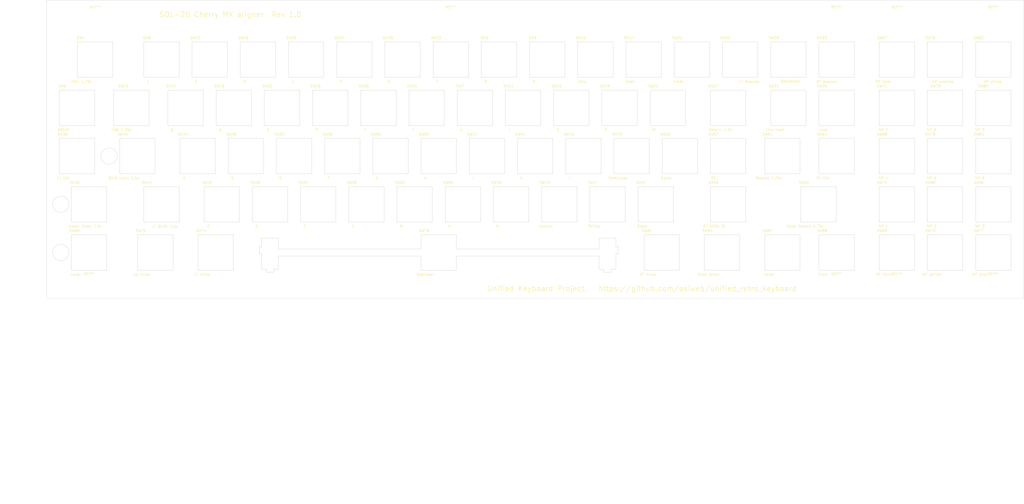
<source format=kicad_pcb>
(kicad_pcb (version 20171130) (host pcbnew "(5.1.5-0-10_14)")

  (general
    (thickness 1.6)
    (drawings 10)
    (tracks 0)
    (zones 0)
    (modules 94)
    (nets 1)
  )

  (page C)
  (title_block
    (title "Unified Retro Keyboard")
    (date 2019-08-25)
    (rev 1.3)
    (company OSIWeb.org)
    (comment 1 "Key matrix w/ LED")
  )

  (layers
    (0 F.Cu signal)
    (31 B.Cu signal)
    (32 B.Adhes user)
    (33 F.Adhes user)
    (34 B.Paste user)
    (35 F.Paste user)
    (36 B.SilkS user)
    (37 F.SilkS user)
    (38 B.Mask user)
    (39 F.Mask user)
    (40 Dwgs.User user)
    (41 Cmts.User user)
    (42 Eco1.User user)
    (43 Eco2.User user)
    (44 Edge.Cuts user)
    (45 Margin user)
    (46 B.CrtYd user)
    (47 F.CrtYd user)
    (48 B.Fab user)
    (49 F.Fab user)
  )

  (setup
    (last_trace_width 0.254)
    (user_trace_width 0.254)
    (user_trace_width 0.508)
    (user_trace_width 1.27)
    (trace_clearance 0.2)
    (zone_clearance 0.508)
    (zone_45_only no)
    (trace_min 0.2)
    (via_size 0.8128)
    (via_drill 0.4064)
    (via_min_size 0.4)
    (via_min_drill 0.3)
    (user_via 1.27 0.7112)
    (uvia_size 0.3048)
    (uvia_drill 0.1016)
    (uvias_allowed no)
    (uvia_min_size 0.2)
    (uvia_min_drill 0.1)
    (edge_width 0.05)
    (segment_width 0.2)
    (pcb_text_width 0.3)
    (pcb_text_size 1.5 1.5)
    (mod_edge_width 0.12)
    (mod_text_size 1 1)
    (mod_text_width 0.15)
    (pad_size 3.81 3.81)
    (pad_drill 3.81)
    (pad_to_mask_clearance 0)
    (aux_axis_origin 61.4172 179.1081)
    (grid_origin 76.835 223.393)
    (visible_elements 7FFFEFFF)
    (pcbplotparams
      (layerselection 0x010fc_ffffffff)
      (usegerberextensions false)
      (usegerberattributes false)
      (usegerberadvancedattributes false)
      (creategerberjobfile false)
      (excludeedgelayer true)
      (linewidth 0.100000)
      (plotframeref false)
      (viasonmask false)
      (mode 1)
      (useauxorigin false)
      (hpglpennumber 1)
      (hpglpenspeed 20)
      (hpglpendiameter 15.000000)
      (psnegative false)
      (psa4output false)
      (plotreference true)
      (plotvalue true)
      (plotinvisibletext false)
      (padsonsilk false)
      (subtractmaskfromsilk false)
      (outputformat 1)
      (mirror false)
      (drillshape 0)
      (scaleselection 1)
      (outputdirectory "outputs"))
  )

  (net 0 "")

  (net_class Default "This is the default net class."
    (clearance 0.2)
    (trace_width 0.254)
    (via_dia 0.8128)
    (via_drill 0.4064)
    (uvia_dia 0.3048)
    (uvia_drill 0.1016)
    (diff_pair_width 0.2032)
    (diff_pair_gap 0.254)
  )

  (net_class power1 ""
    (clearance 0.254)
    (trace_width 1.27)
    (via_dia 1.27)
    (via_drill 0.7112)
    (uvia_dia 0.3048)
    (uvia_drill 0.1016)
    (diff_pair_width 0.2032)
    (diff_pair_gap 0.254)
  )

  (net_class signal ""
    (clearance 0.2032)
    (trace_width 0.254)
    (via_dia 0.8128)
    (via_drill 0.4064)
    (uvia_dia 0.3048)
    (uvia_drill 0.1016)
    (diff_pair_width 0.2032)
    (diff_pair_gap 0.254)
  )

  (module unikbd:Key_MX_Aligner locked (layer F.Cu) (tedit 5E75767C) (tstamp 5E12D458)
    (at 251.45238 168.69156)
    (path /5BC3E99D/5BC3FF70)
    (fp_text reference SW63 (at -5.7912 -8.6106) (layer F.SilkS)
      (effects (font (size 1 1) (thickness 0.15)))
    )
    (fp_text value H (at -5.334 8.6614) (layer F.SilkS)
      (effects (font (size 1 1) (thickness 0.15)))
    )
    (fp_line (start -6.985 -6.985) (end -6.985 6.985) (layer Edge.Cuts) (width 0.12))
    (fp_line (start 6.985 6.985) (end 6.985 -6.985) (layer Edge.Cuts) (width 0.12))
    (fp_line (start -6.985 -6.985) (end 6.985 -6.985) (layer Edge.Cuts) (width 0.12))
    (fp_line (start -6.985 6.985) (end 6.985 6.985) (layer Edge.Cuts) (width 0.12))
  )

  (module unikbd:Key_MX_Aligner locked (layer F.Cu) (tedit 5E75767C) (tstamp 5E12D41C)
    (at 232.40238 168.69156)
    (path /5BC3E99D/5BC3FF77)
    (fp_text reference SW60 (at -5.7912 -8.6106) (layer F.SilkS)
      (effects (font (size 1 1) (thickness 0.15)))
    )
    (fp_text value G (at -5.334 8.6614) (layer F.SilkS)
      (effects (font (size 1 1) (thickness 0.15)))
    )
    (fp_line (start -6.985 -6.985) (end -6.985 6.985) (layer Edge.Cuts) (width 0.12))
    (fp_line (start 6.985 6.985) (end 6.985 -6.985) (layer Edge.Cuts) (width 0.12))
    (fp_line (start -6.985 -6.985) (end 6.985 -6.985) (layer Edge.Cuts) (width 0.12))
    (fp_line (start -6.985 6.985) (end 6.985 6.985) (layer Edge.Cuts) (width 0.12))
  )

  (module unikbd:Key_MX_Aligner locked (layer F.Cu) (tedit 5E75767C) (tstamp 5E12D430)
    (at 387.18363 168.69156)
    (path /5BC3E99D/5BC6CD87)
    (fp_text reference SW61 (at -5.7912 -8.6106) (layer F.SilkS)
      (effects (font (size 1 1) (thickness 0.15)))
    )
    (fp_text value "Repeat: 1.25x" (at -5.334 8.6614) (layer F.SilkS)
      (effects (font (size 1 1) (thickness 0.15)))
    )
    (fp_line (start -6.985 -6.985) (end -6.985 6.985) (layer Edge.Cuts) (width 0.12))
    (fp_line (start 6.985 6.985) (end 6.985 -6.985) (layer Edge.Cuts) (width 0.12))
    (fp_line (start -6.985 -6.985) (end 6.985 -6.985) (layer Edge.Cuts) (width 0.12))
    (fp_line (start -6.985 6.985) (end 6.985 6.985) (layer Edge.Cuts) (width 0.12))
  )

  (module unikbd:Key_MX_Aligner locked (layer F.Cu) (tedit 5E75767C) (tstamp 5E12D3CC)
    (at 213.35238 168.69156)
    (path /5BC3E99D/5BC3FF69)
    (fp_text reference SW56 (at -5.7912 -8.6106) (layer F.SilkS)
      (effects (font (size 1 1) (thickness 0.15)))
    )
    (fp_text value F (at -5.334 8.6614) (layer F.SilkS)
      (effects (font (size 1 1) (thickness 0.15)))
    )
    (fp_line (start -6.985 -6.985) (end -6.985 6.985) (layer Edge.Cuts) (width 0.12))
    (fp_line (start 6.985 6.985) (end 6.985 -6.985) (layer Edge.Cuts) (width 0.12))
    (fp_line (start -6.985 -6.985) (end 6.985 -6.985) (layer Edge.Cuts) (width 0.12))
    (fp_line (start -6.985 6.985) (end 6.985 6.985) (layer Edge.Cuts) (width 0.12))
  )

  (module unikbd:Key_MX_Aligner locked (layer F.Cu) (tedit 5E75767C) (tstamp 5E12D46C)
    (at 408.61488 168.69156)
    (path /5BC3E99D/5BC6CD80)
    (fp_text reference SW64 (at -5.7912 -8.6106) (layer F.SilkS)
      (effects (font (size 1 1) (thickness 0.15)))
    )
    (fp_text value "RT Ctrl" (at -5.334 8.6614) (layer F.SilkS)
      (effects (font (size 1 1) (thickness 0.15)))
    )
    (fp_line (start -6.985 -6.985) (end -6.985 6.985) (layer Edge.Cuts) (width 0.12))
    (fp_line (start 6.985 6.985) (end 6.985 -6.985) (layer Edge.Cuts) (width 0.12))
    (fp_line (start -6.985 -6.985) (end 6.985 -6.985) (layer Edge.Cuts) (width 0.12))
    (fp_line (start -6.985 6.985) (end 6.985 6.985) (layer Edge.Cuts) (width 0.12))
  )

  (module unikbd:Key_MX_Aligner locked (layer F.Cu) (tedit 5E75767C) (tstamp 5E12D250)
    (at 270.50238 168.69156)
    (path /5BC3E99D/5E1BE11F)
    (fp_text reference SW37 (at -5.7912 -8.6106) (layer F.SilkS)
      (effects (font (size 1 1) (thickness 0.15)))
    )
    (fp_text value J (at -5.334 8.6614) (layer F.SilkS)
      (effects (font (size 1 1) (thickness 0.15)))
    )
    (fp_line (start -6.985 -6.985) (end -6.985 6.985) (layer Edge.Cuts) (width 0.12))
    (fp_line (start 6.985 6.985) (end 6.985 -6.985) (layer Edge.Cuts) (width 0.12))
    (fp_line (start -6.985 -6.985) (end 6.985 -6.985) (layer Edge.Cuts) (width 0.12))
    (fp_line (start -6.985 6.985) (end 6.985 6.985) (layer Edge.Cuts) (width 0.12))
  )

  (module unikbd:Key_MX_Aligner locked (layer F.Cu) (tedit 5E75767C) (tstamp 5E12D55C)
    (at 451.47738 168.69156)
    (path /5E16AC8E/5E1BE10C)
    (fp_text reference SW76 (at -5.7912 -8.6106) (layer F.SilkS)
      (effects (font (size 1 1) (thickness 0.15)))
    )
    (fp_text value "NP 5" (at -5.334 8.6614) (layer F.SilkS)
      (effects (font (size 1 1) (thickness 0.15)))
    )
    (fp_line (start -6.985 -6.985) (end -6.985 6.985) (layer Edge.Cuts) (width 0.12))
    (fp_line (start 6.985 6.985) (end 6.985 -6.985) (layer Edge.Cuts) (width 0.12))
    (fp_line (start -6.985 -6.985) (end 6.985 -6.985) (layer Edge.Cuts) (width 0.12))
    (fp_line (start -6.985 6.985) (end 6.985 6.985) (layer Edge.Cuts) (width 0.12))
  )

  (module unikbd:Key_MX_Aligner locked (layer F.Cu) (tedit 5E75767C) (tstamp 5E12D28C)
    (at 132.38988 168.69156)
    (path /5BC3E99D/5BC3FD26)
    (fp_text reference SW40 (at -5.7912 -8.6106) (layer F.SilkS)
      (effects (font (size 1 1) (thickness 0.15)))
    )
    (fp_text value "Shift Lock: 1.5x" (at -5.334 8.6614) (layer F.SilkS)
      (effects (font (size 1 1) (thickness 0.15)))
    )
    (fp_line (start -6.985 -6.985) (end -6.985 6.985) (layer Edge.Cuts) (width 0.12))
    (fp_line (start 6.985 6.985) (end 6.985 -6.985) (layer Edge.Cuts) (width 0.12))
    (fp_line (start -6.985 -6.985) (end 6.985 -6.985) (layer Edge.Cuts) (width 0.12))
    (fp_line (start -6.985 6.985) (end 6.985 6.985) (layer Edge.Cuts) (width 0.12))
  )

  (module unikbd:Key_MX_Aligner locked (layer F.Cu) (tedit 5E75767C) (tstamp 5E12D2A0)
    (at 289.55238 168.69156)
    (path /5BC3E99D/5BC6CD5D)
    (fp_text reference SW41 (at -5.7912 -8.6106) (layer F.SilkS)
      (effects (font (size 1 1) (thickness 0.15)))
    )
    (fp_text value K (at -5.334 8.6614) (layer F.SilkS)
      (effects (font (size 1 1) (thickness 0.15)))
    )
    (fp_line (start -6.985 -6.985) (end -6.985 6.985) (layer Edge.Cuts) (width 0.12))
    (fp_line (start 6.985 6.985) (end 6.985 -6.985) (layer Edge.Cuts) (width 0.12))
    (fp_line (start -6.985 -6.985) (end 6.985 -6.985) (layer Edge.Cuts) (width 0.12))
    (fp_line (start -6.985 6.985) (end 6.985 6.985) (layer Edge.Cuts) (width 0.12))
  )

  (module unikbd:Key_MX_Aligner locked (layer F.Cu) (tedit 5E75767C) (tstamp 5E12D2DC)
    (at 156.20238 168.69156)
    (path /5BC3E99D/5BC3FE57)
    (fp_text reference SW44 (at -5.7912 -8.6106) (layer F.SilkS)
      (effects (font (size 1 1) (thickness 0.15)))
    )
    (fp_text value A (at -5.334 8.6614) (layer F.SilkS)
      (effects (font (size 1 1) (thickness 0.15)))
    )
    (fp_line (start -6.985 -6.985) (end -6.985 6.985) (layer Edge.Cuts) (width 0.12))
    (fp_line (start 6.985 6.985) (end 6.985 -6.985) (layer Edge.Cuts) (width 0.12))
    (fp_line (start -6.985 -6.985) (end 6.985 -6.985) (layer Edge.Cuts) (width 0.12))
    (fp_line (start -6.985 6.985) (end 6.985 6.985) (layer Edge.Cuts) (width 0.12))
  )

  (module unikbd:Key_MX_Aligner locked (layer F.Cu) (tedit 5E75767C) (tstamp 5E12D2F0)
    (at 308.60238 168.69156)
    (path /5BC3E99D/5BC6CD6B)
    (fp_text reference SW45 (at -5.7912 -8.6106) (layer F.SilkS)
      (effects (font (size 1 1) (thickness 0.15)))
    )
    (fp_text value L (at -5.334 8.6614) (layer F.SilkS)
      (effects (font (size 1 1) (thickness 0.15)))
    )
    (fp_line (start -6.985 -6.985) (end -6.985 6.985) (layer Edge.Cuts) (width 0.12))
    (fp_line (start 6.985 6.985) (end 6.985 -6.985) (layer Edge.Cuts) (width 0.12))
    (fp_line (start -6.985 -6.985) (end 6.985 -6.985) (layer Edge.Cuts) (width 0.12))
    (fp_line (start -6.985 6.985) (end 6.985 6.985) (layer Edge.Cuts) (width 0.12))
  )

  (module unikbd:Key_MX_Aligner locked (layer F.Cu) (tedit 5E75767C) (tstamp 5E12D32C)
    (at 175.25238 168.69156)
    (path /5BC3E99D/5E1BE11D)
    (fp_text reference SW48 (at -5.7912 -8.6106) (layer F.SilkS)
      (effects (font (size 1 1) (thickness 0.15)))
    )
    (fp_text value S (at -5.334 8.6614) (layer F.SilkS)
      (effects (font (size 1 1) (thickness 0.15)))
    )
    (fp_line (start -6.985 -6.985) (end -6.985 6.985) (layer Edge.Cuts) (width 0.12))
    (fp_line (start 6.985 6.985) (end 6.985 -6.985) (layer Edge.Cuts) (width 0.12))
    (fp_line (start -6.985 -6.985) (end 6.985 -6.985) (layer Edge.Cuts) (width 0.12))
    (fp_line (start -6.985 6.985) (end 6.985 6.985) (layer Edge.Cuts) (width 0.12))
  )

  (module unikbd:Key_MX_Aligner locked (layer F.Cu) (tedit 5E75767C) (tstamp 5E12D340)
    (at 327.65238 168.69156)
    (path /5BC3E99D/5BC6CD64)
    (fp_text reference SW49 (at -5.7912 -8.6106) (layer F.SilkS)
      (effects (font (size 1 1) (thickness 0.15)))
    )
    (fp_text value Semicolon (at -5.334 8.6614) (layer F.SilkS)
      (effects (font (size 1 1) (thickness 0.15)))
    )
    (fp_line (start -6.985 -6.985) (end -6.985 6.985) (layer Edge.Cuts) (width 0.12))
    (fp_line (start 6.985 6.985) (end 6.985 -6.985) (layer Edge.Cuts) (width 0.12))
    (fp_line (start -6.985 -6.985) (end 6.985 -6.985) (layer Edge.Cuts) (width 0.12))
    (fp_line (start -6.985 6.985) (end 6.985 6.985) (layer Edge.Cuts) (width 0.12))
  )

  (module unikbd:Key_MX_Aligner locked (layer F.Cu) (tedit 5E75767C) (tstamp 5E12D37C)
    (at 194.30238 168.69156)
    (path /5BC3E99D/5E0AC938)
    (fp_text reference SW52 (at -5.7912 -8.6106) (layer F.SilkS)
      (effects (font (size 1 1) (thickness 0.15)))
    )
    (fp_text value D (at -5.334 8.6614) (layer F.SilkS)
      (effects (font (size 1 1) (thickness 0.15)))
    )
    (fp_line (start -6.985 -6.985) (end -6.985 6.985) (layer Edge.Cuts) (width 0.12))
    (fp_line (start 6.985 6.985) (end 6.985 -6.985) (layer Edge.Cuts) (width 0.12))
    (fp_line (start -6.985 -6.985) (end 6.985 -6.985) (layer Edge.Cuts) (width 0.12))
    (fp_line (start -6.985 6.985) (end 6.985 6.985) (layer Edge.Cuts) (width 0.12))
  )

  (module unikbd:Key_MX_Aligner locked (layer F.Cu) (tedit 5E75767C) (tstamp 5E12D390)
    (at 346.70238 168.69156)
    (path /5BC3E99D/5BC6CD72)
    (fp_text reference SW53 (at -5.7912 -8.6106) (layer F.SilkS)
      (effects (font (size 1 1) (thickness 0.15)))
    )
    (fp_text value Colon (at -5.334 8.6614) (layer F.SilkS)
      (effects (font (size 1 1) (thickness 0.15)))
    )
    (fp_line (start -6.985 -6.985) (end -6.985 6.985) (layer Edge.Cuts) (width 0.12))
    (fp_line (start 6.985 6.985) (end 6.985 -6.985) (layer Edge.Cuts) (width 0.12))
    (fp_line (start -6.985 -6.985) (end 6.985 -6.985) (layer Edge.Cuts) (width 0.12))
    (fp_line (start -6.985 6.985) (end 6.985 6.985) (layer Edge.Cuts) (width 0.12))
  )

  (module unikbd:Key_MX_Aligner locked (layer F.Cu) (tedit 5E75767C) (tstamp 5E12D4BC)
    (at 432.42738 168.69156)
    (path /5E16AC8E/5E1BE109)
    (fp_text reference SW68 (at -5.7912 -8.6106) (layer F.SilkS)
      (effects (font (size 1 1) (thickness 0.15)))
    )
    (fp_text value "NP 4" (at -5.334 8.6614) (layer F.SilkS)
      (effects (font (size 1 1) (thickness 0.15)))
    )
    (fp_line (start -6.985 -6.985) (end -6.985 6.985) (layer Edge.Cuts) (width 0.12))
    (fp_line (start 6.985 6.985) (end 6.985 -6.985) (layer Edge.Cuts) (width 0.12))
    (fp_line (start -6.985 -6.985) (end 6.985 -6.985) (layer Edge.Cuts) (width 0.12))
    (fp_line (start -6.985 6.985) (end 6.985 6.985) (layer Edge.Cuts) (width 0.12))
  )

  (module unikbd:Key_MX_Aligner locked (layer F.Cu) (tedit 5E75767C) (tstamp 5E12D5E8)
    (at 470.52738 168.69156)
    (path /5E16AC8E/5E1BE10D)
    (fp_text reference SW83 (at -5.7912 -8.6106) (layer F.SilkS)
      (effects (font (size 1 1) (thickness 0.15)))
    )
    (fp_text value "NP 6" (at -5.334 8.6614) (layer F.SilkS)
      (effects (font (size 1 1) (thickness 0.15)))
    )
    (fp_line (start -6.985 -6.985) (end -6.985 6.985) (layer Edge.Cuts) (width 0.12))
    (fp_line (start 6.985 6.985) (end 6.985 -6.985) (layer Edge.Cuts) (width 0.12))
    (fp_line (start -6.985 -6.985) (end 6.985 -6.985) (layer Edge.Cuts) (width 0.12))
    (fp_line (start -6.985 6.985) (end 6.985 6.985) (layer Edge.Cuts) (width 0.12))
  )

  (module unikbd:Key_MX_Aligner locked (layer F.Cu) (tedit 5E75767C) (tstamp 5E12D3E0)
    (at 365.75238 168.69156)
    (path /5BC3E99D/5BC6CD79)
    (fp_text reference SW57 (at -5.7912 -8.6106) (layer F.SilkS)
      (effects (font (size 1 1) (thickness 0.15)))
    )
    (fp_text value DEL (at -5.334 8.6614) (layer F.SilkS)
      (effects (font (size 1 1) (thickness 0.15)))
    )
    (fp_line (start -6.985 -6.985) (end -6.985 6.985) (layer Edge.Cuts) (width 0.12))
    (fp_line (start 6.985 6.985) (end 6.985 -6.985) (layer Edge.Cuts) (width 0.12))
    (fp_line (start -6.985 -6.985) (end 6.985 -6.985) (layer Edge.Cuts) (width 0.12))
    (fp_line (start -6.985 6.985) (end 6.985 6.985) (layer Edge.Cuts) (width 0.12))
  )

  (module unikbd:Key_MX_Aligner locked (layer F.Cu) (tedit 5E75767C) (tstamp 5E12D3A4)
    (at 203.82738 187.74156)
    (path /5BC3E99D/5BC6CEF2)
    (fp_text reference SW54 (at -5.7912 -8.6106) (layer F.SilkS)
      (effects (font (size 1 1) (thickness 0.15)))
    )
    (fp_text value C (at -5.334 8.6614) (layer F.SilkS)
      (effects (font (size 1 1) (thickness 0.15)))
    )
    (fp_line (start -6.985 -6.985) (end -6.985 6.985) (layer Edge.Cuts) (width 0.12))
    (fp_line (start 6.985 6.985) (end 6.985 -6.985) (layer Edge.Cuts) (width 0.12))
    (fp_line (start -6.985 -6.985) (end 6.985 -6.985) (layer Edge.Cuts) (width 0.12))
    (fp_line (start -6.985 6.985) (end 6.985 6.985) (layer Edge.Cuts) (width 0.12))
  )

  (module unikbd:Key_MX_Aligner locked (layer F.Cu) (tedit 5E75767C) (tstamp 5E6EC726)
    (at 163.34613 206.79156)
    (path /5E16AC8E/5E1BE0F6)
    (fp_text reference SW74 (at -5.7912 -8.6106) (layer F.SilkS)
      (effects (font (size 1 1) (thickness 0.15)))
    )
    (fp_text value "LT Arrow" (at -5.334 8.6614) (layer F.SilkS)
      (effects (font (size 1 1) (thickness 0.15)))
    )
    (fp_line (start -6.985 -6.985) (end -6.985 6.985) (layer Edge.Cuts) (width 0.12))
    (fp_line (start 6.985 6.985) (end 6.985 -6.985) (layer Edge.Cuts) (width 0.12))
    (fp_line (start -6.985 -6.985) (end 6.985 -6.985) (layer Edge.Cuts) (width 0.12))
    (fp_line (start -6.985 6.985) (end 6.985 6.985) (layer Edge.Cuts) (width 0.12))
  )

  (module unikbd:Key_MX_Aligner locked (layer F.Cu) (tedit 5E75767C) (tstamp 5E120789)
    (at 470.52738 149.64156)
    (path /5E16AC8E/5E1BE103)
    (fp_text reference SW85 (at -4.03098 -8.56996) (layer F.SilkS)
      (effects (font (size 1 1) (thickness 0.15)))
    )
    (fp_text value "NP 9" (at -5.334 8.6614) (layer F.SilkS)
      (effects (font (size 1 1) (thickness 0.15)))
    )
    (fp_line (start -6.985 -6.985) (end -6.985 6.985) (layer Edge.Cuts) (width 0.12))
    (fp_line (start 6.985 6.985) (end 6.985 -6.985) (layer Edge.Cuts) (width 0.12))
    (fp_line (start -6.985 -6.985) (end 6.985 -6.985) (layer Edge.Cuts) (width 0.12))
    (fp_line (start -6.985 6.985) (end 6.985 6.985) (layer Edge.Cuts) (width 0.12))
  )

  (module unikbd:Key_MX_Aligner locked (layer F.Cu) (tedit 5E75767C) (tstamp 5E12D1C4)
    (at 227.63988 149.64156)
    (path /5BC3EA0A/5BCAF420)
    (fp_text reference SW30 (at -5.7912 -8.6106) (layer F.SilkS)
      (effects (font (size 1 1) (thickness 0.15)))
    )
    (fp_text value T (at -5.334 8.6614) (layer F.SilkS)
      (effects (font (size 1 1) (thickness 0.15)))
    )
    (fp_line (start -6.985 -6.985) (end -6.985 6.985) (layer Edge.Cuts) (width 0.12))
    (fp_line (start 6.985 6.985) (end 6.985 -6.985) (layer Edge.Cuts) (width 0.12))
    (fp_line (start -6.985 -6.985) (end 6.985 -6.985) (layer Edge.Cuts) (width 0.12))
    (fp_line (start -6.985 6.985) (end 6.985 6.985) (layer Edge.Cuts) (width 0.12))
  )

  (module unikbd:Key_MX_Aligner locked (layer F.Cu) (tedit 5E75767C) (tstamp 5E12D64C)
    (at 408.61488 206.79156)
    (path /5E16AC8E/5E1BE0F8)
    (fp_text reference SW88 (at -5.7912 -8.6106) (layer F.SilkS)
      (effects (font (size 1 1) (thickness 0.15)))
    )
    (fp_text value Clear (at -5.334 8.6614) (layer F.SilkS)
      (effects (font (size 1 1) (thickness 0.15)))
    )
    (fp_line (start -6.985 -6.985) (end -6.985 6.985) (layer Edge.Cuts) (width 0.12))
    (fp_line (start 6.985 6.985) (end 6.985 -6.985) (layer Edge.Cuts) (width 0.12))
    (fp_line (start -6.985 -6.985) (end 6.985 -6.985) (layer Edge.Cuts) (width 0.12))
    (fp_line (start -6.985 6.985) (end 6.985 6.985) (layer Edge.Cuts) (width 0.12))
  )

  (module unikbd:Key_MX_Aligner locked (layer F.Cu) (tedit 5E75767C) (tstamp 5E12D638)
    (at 387.18363 206.79156)
    (path /5E16AC8E/5E1BE0F9)
    (fp_text reference SW87 (at -5.7912 -8.6106) (layer F.SilkS)
      (effects (font (size 1 1) (thickness 0.15)))
    )
    (fp_text value Home (at -5.334 8.6614) (layer F.SilkS)
      (effects (font (size 1 1) (thickness 0.15)))
    )
    (fp_line (start -6.985 -6.985) (end -6.985 6.985) (layer Edge.Cuts) (width 0.12))
    (fp_line (start 6.985 6.985) (end 6.985 -6.985) (layer Edge.Cuts) (width 0.12))
    (fp_line (start -6.985 -6.985) (end 6.985 -6.985) (layer Edge.Cuts) (width 0.12))
    (fp_line (start -6.985 6.985) (end 6.985 6.985) (layer Edge.Cuts) (width 0.12))
  )

  (module unikbd:Key_MX_Aligner locked (layer F.Cu) (tedit 5E75767C) (tstamp 5E12D624)
    (at 470.52738 187.74156)
    (path /5E16AC8E/5E1BE10E)
    (fp_text reference SW86 (at -5.7912 -8.6106) (layer F.SilkS)
      (effects (font (size 1 1) (thickness 0.15)))
    )
    (fp_text value "NP 3" (at -5.334 8.6614) (layer F.SilkS)
      (effects (font (size 1 1) (thickness 0.15)))
    )
    (fp_line (start -6.985 -6.985) (end -6.985 6.985) (layer Edge.Cuts) (width 0.12))
    (fp_line (start 6.985 6.985) (end 6.985 -6.985) (layer Edge.Cuts) (width 0.12))
    (fp_line (start -6.985 -6.985) (end 6.985 -6.985) (layer Edge.Cuts) (width 0.12))
    (fp_line (start -6.985 6.985) (end 6.985 6.985) (layer Edge.Cuts) (width 0.12))
  )

  (module unikbd:Key_MX_Aligner locked (layer F.Cu) (tedit 5E75767C) (tstamp 5E12D5FC)
    (at 363.37113 206.79156)
    (path /5E16AC8E/5E1BE0F7)
    (fp_text reference SW84 (at -5.7912 -8.6106) (layer F.SilkS)
      (effects (font (size 1 1) (thickness 0.15)))
    )
    (fp_text value "Down Arrow" (at -5.334 8.6614) (layer F.SilkS)
      (effects (font (size 1 1) (thickness 0.15)))
    )
    (fp_line (start -6.985 -6.985) (end -6.985 6.985) (layer Edge.Cuts) (width 0.12))
    (fp_line (start 6.985 6.985) (end 6.985 -6.985) (layer Edge.Cuts) (width 0.12))
    (fp_line (start -6.985 -6.985) (end 6.985 -6.985) (layer Edge.Cuts) (width 0.12))
    (fp_line (start -6.985 6.985) (end 6.985 6.985) (layer Edge.Cuts) (width 0.12))
  )

  (module unikbd:Key_MX_Aligner locked (layer F.Cu) (tedit 5E75767C) (tstamp 5E12D5D4)
    (at 470.52738 130.59156)
    (path /5E16AC8E/5E1BE102)
    (fp_text reference SW82 (at -5.7912 -8.6106) (layer F.SilkS)
      (effects (font (size 1 1) (thickness 0.15)))
    )
    (fp_text value "NP divide" (at -0.29718 8.72744) (layer F.SilkS)
      (effects (font (size 1 1) (thickness 0.15)))
    )
    (fp_line (start -6.985 -6.985) (end -6.985 6.985) (layer Edge.Cuts) (width 0.12))
    (fp_line (start 6.985 6.985) (end 6.985 -6.985) (layer Edge.Cuts) (width 0.12))
    (fp_line (start -6.985 -6.985) (end 6.985 -6.985) (layer Edge.Cuts) (width 0.12))
    (fp_line (start -6.985 6.985) (end 6.985 6.985) (layer Edge.Cuts) (width 0.12))
  )

  (module unikbd:Key_MX_Aligner locked (layer F.Cu) (tedit 5E75767C) (tstamp 5E10B4C4)
    (at 339.55863 206.79156)
    (path /5E16AC8E/5E1BE119)
    (fp_text reference SW81 (at -5.7912 -8.6106) (layer F.SilkS)
      (effects (font (size 1 1) (thickness 0.15)))
    )
    (fp_text value "RT Arrow" (at -5.334 8.6614) (layer F.SilkS)
      (effects (font (size 1 1) (thickness 0.15)))
    )
    (fp_line (start -6.985 -6.985) (end -6.985 6.985) (layer Edge.Cuts) (width 0.12))
    (fp_line (start 6.985 6.985) (end 6.985 -6.985) (layer Edge.Cuts) (width 0.12))
    (fp_line (start -6.985 -6.985) (end 6.985 -6.985) (layer Edge.Cuts) (width 0.12))
    (fp_line (start -6.985 6.985) (end 6.985 6.985) (layer Edge.Cuts) (width 0.12))
  )

  (module unikbd:Key_MX_Aligner locked (layer F.Cu) (tedit 5E75767C) (tstamp 5E12D5AC)
    (at 451.47738 187.74156)
    (path /5E16AC8E/5E1BE10B)
    (fp_text reference SW80 (at -5.7912 -8.6106) (layer F.SilkS)
      (effects (font (size 1 1) (thickness 0.15)))
    )
    (fp_text value "NP 2" (at -5.334 8.6614) (layer F.SilkS)
      (effects (font (size 1 1) (thickness 0.15)))
    )
    (fp_line (start -6.985 -6.985) (end -6.985 6.985) (layer Edge.Cuts) (width 0.12))
    (fp_line (start 6.985 6.985) (end 6.985 -6.985) (layer Edge.Cuts) (width 0.12))
    (fp_line (start -6.985 -6.985) (end 6.985 -6.985) (layer Edge.Cuts) (width 0.12))
    (fp_line (start -6.985 6.985) (end 6.985 6.985) (layer Edge.Cuts) (width 0.12))
  )

  (module unikbd:Key_MX_Aligner locked (layer F.Cu) (tedit 5E75767C) (tstamp 5E12D598)
    (at 451.47738 149.64156)
    (path /5E16AC8E/5E1BE100)
    (fp_text reference SW79 (at -3.75158 -8.56996) (layer F.SilkS)
      (effects (font (size 1 1) (thickness 0.15)))
    )
    (fp_text value "NP 8" (at -5.334 8.6614) (layer F.SilkS)
      (effects (font (size 1 1) (thickness 0.15)))
    )
    (fp_line (start -6.985 -6.985) (end -6.985 6.985) (layer Edge.Cuts) (width 0.12))
    (fp_line (start 6.985 6.985) (end 6.985 -6.985) (layer Edge.Cuts) (width 0.12))
    (fp_line (start -6.985 -6.985) (end 6.985 -6.985) (layer Edge.Cuts) (width 0.12))
    (fp_line (start -6.985 6.985) (end 6.985 6.985) (layer Edge.Cuts) (width 0.12))
  )

  (module unikbd:Key_MX_Aligner locked (layer F.Cu) (tedit 5E75767C) (tstamp 5E12D570)
    (at 470.52738 206.79156)
    (path /5E16AC8E/5E1BE116)
    (fp_text reference SW77 (at -5.7912 -8.6106) (layer F.SilkS)
      (effects (font (size 1 1) (thickness 0.15)))
    )
    (fp_text value "NP plus" (at -5.334 8.6614) (layer F.SilkS)
      (effects (font (size 1 1) (thickness 0.15)))
    )
    (fp_line (start -6.985 -6.985) (end -6.985 6.985) (layer Edge.Cuts) (width 0.12))
    (fp_line (start 6.985 6.985) (end 6.985 -6.985) (layer Edge.Cuts) (width 0.12))
    (fp_line (start -6.985 -6.985) (end 6.985 -6.985) (layer Edge.Cuts) (width 0.12))
    (fp_line (start -6.985 6.985) (end 6.985 6.985) (layer Edge.Cuts) (width 0.12))
  )

  (module unikbd:Key_MX_Aligner locked (layer F.Cu) (tedit 5E75767C) (tstamp 5E114E20)
    (at 451.47738 130.59156)
    (path /5E16AC8E/5E1BE101)
    (fp_text reference SW75 (at -5.7912 -8.6106) (layer F.SilkS)
      (effects (font (size 1 1) (thickness 0.15)))
    )
    (fp_text value "NP asterisk" (at -0.88138 8.72744) (layer F.SilkS)
      (effects (font (size 1 1) (thickness 0.15)))
    )
    (fp_line (start -6.985 -6.985) (end -6.985 6.985) (layer Edge.Cuts) (width 0.12))
    (fp_line (start 6.985 6.985) (end 6.985 -6.985) (layer Edge.Cuts) (width 0.12))
    (fp_line (start -6.985 -6.985) (end 6.985 -6.985) (layer Edge.Cuts) (width 0.12))
    (fp_line (start -6.985 6.985) (end 6.985 6.985) (layer Edge.Cuts) (width 0.12))
  )

  (module unikbd:Key_MX_Aligner locked (layer F.Cu) (tedit 5E75767C) (tstamp 5E12D520)
    (at 451.47738 206.79156)
    (path /5E16AC8E/5BC6D0AD)
    (fp_text reference SW73 (at -5.7912 -8.6106) (layer F.SilkS)
      (effects (font (size 1 1) (thickness 0.15)))
    )
    (fp_text value "NP period" (at -5.334 8.6614) (layer F.SilkS)
      (effects (font (size 1 1) (thickness 0.15)))
    )
    (fp_line (start -6.985 -6.985) (end -6.985 6.985) (layer Edge.Cuts) (width 0.12))
    (fp_line (start 6.985 6.985) (end 6.985 -6.985) (layer Edge.Cuts) (width 0.12))
    (fp_line (start -6.985 -6.985) (end 6.985 -6.985) (layer Edge.Cuts) (width 0.12))
    (fp_line (start -6.985 6.985) (end 6.985 6.985) (layer Edge.Cuts) (width 0.12))
  )

  (module unikbd:Key_MX_Aligner locked (layer F.Cu) (tedit 5E75767C) (tstamp 5E12D50C)
    (at 432.42738 187.74156)
    (path /5E16AC8E/5E1BE10A)
    (fp_text reference SW72 (at -5.7912 -8.6106) (layer F.SilkS)
      (effects (font (size 1 1) (thickness 0.15)))
    )
    (fp_text value "NP 1" (at -5.334 8.6614) (layer F.SilkS)
      (effects (font (size 1 1) (thickness 0.15)))
    )
    (fp_line (start -6.985 -6.985) (end -6.985 6.985) (layer Edge.Cuts) (width 0.12))
    (fp_line (start 6.985 6.985) (end 6.985 -6.985) (layer Edge.Cuts) (width 0.12))
    (fp_line (start -6.985 -6.985) (end 6.985 -6.985) (layer Edge.Cuts) (width 0.12))
    (fp_line (start -6.985 6.985) (end 6.985 6.985) (layer Edge.Cuts) (width 0.12))
  )

  (module unikbd:Key_MX_Aligner locked (layer F.Cu) (tedit 5E75767C) (tstamp 5E12D4F8)
    (at 432.42738 149.64156)
    (path /5E16AC8E/5E1BE0FF)
    (fp_text reference SW71 (at -5.7912 -8.6106) (layer F.SilkS)
      (effects (font (size 1 1) (thickness 0.15)))
    )
    (fp_text value "NP 7" (at -5.334 8.6614) (layer F.SilkS)
      (effects (font (size 1 1) (thickness 0.15)))
    )
    (fp_line (start -6.985 -6.985) (end -6.985 6.985) (layer Edge.Cuts) (width 0.12))
    (fp_line (start 6.985 6.985) (end 6.985 -6.985) (layer Edge.Cuts) (width 0.12))
    (fp_line (start -6.985 -6.985) (end 6.985 -6.985) (layer Edge.Cuts) (width 0.12))
    (fp_line (start -6.985 6.985) (end 6.985 6.985) (layer Edge.Cuts) (width 0.12))
  )

  (module unikbd:Key_MX_Aligner locked (layer F.Cu) (tedit 5E75767C) (tstamp 5E12D4E4)
    (at 139.53363 206.79156)
    (path /5E16AC8E/5E1BE0F5)
    (fp_text reference SW70 (at -5.7912 -8.6106) (layer F.SilkS)
      (effects (font (size 1 1) (thickness 0.15)))
    )
    (fp_text value "Up Arrow" (at -5.334 8.6614) (layer F.SilkS)
      (effects (font (size 1 1) (thickness 0.15)))
    )
    (fp_line (start -6.985 -6.985) (end -6.985 6.985) (layer Edge.Cuts) (width 0.12))
    (fp_line (start 6.985 6.985) (end 6.985 -6.985) (layer Edge.Cuts) (width 0.12))
    (fp_line (start -6.985 -6.985) (end 6.985 -6.985) (layer Edge.Cuts) (width 0.12))
    (fp_line (start -6.985 6.985) (end 6.985 6.985) (layer Edge.Cuts) (width 0.12))
  )

  (module unikbd:Key_MX_Aligner locked (layer F.Cu) (tedit 5E75767C) (tstamp 5E12D4D0)
    (at 432.42738 206.79156)
    (path /5E16AC8E/5E149AE2)
    (fp_text reference SW69 (at -5.7912 -8.6106) (layer F.SilkS)
      (effects (font (size 1 1) (thickness 0.15)))
    )
    (fp_text value "NP Zero" (at -5.334 8.6614) (layer F.SilkS)
      (effects (font (size 1 1) (thickness 0.15)))
    )
    (fp_line (start -6.985 -6.985) (end -6.985 6.985) (layer Edge.Cuts) (width 0.12))
    (fp_line (start 6.985 6.985) (end 6.985 -6.985) (layer Edge.Cuts) (width 0.12))
    (fp_line (start -6.985 -6.985) (end 6.985 -6.985) (layer Edge.Cuts) (width 0.12))
    (fp_line (start -6.985 6.985) (end 6.985 6.985) (layer Edge.Cuts) (width 0.12))
  )

  (module unikbd:Key_MX_Aligner locked (layer F.Cu) (tedit 5E75767C) (tstamp 5E12D4A8)
    (at 432.42738 130.59156)
    (path /5E16AC8E/5E13E76B)
    (fp_text reference SW67 (at -5.7912 -8.6106) (layer F.SilkS)
      (effects (font (size 1 1) (thickness 0.15)))
    )
    (fp_text value "NP Dash" (at -5.334 8.6614) (layer F.SilkS)
      (effects (font (size 1 1) (thickness 0.15)))
    )
    (fp_line (start -6.985 -6.985) (end -6.985 6.985) (layer Edge.Cuts) (width 0.12))
    (fp_line (start 6.985 6.985) (end 6.985 -6.985) (layer Edge.Cuts) (width 0.12))
    (fp_line (start -6.985 -6.985) (end 6.985 -6.985) (layer Edge.Cuts) (width 0.12))
    (fp_line (start -6.985 6.985) (end 6.985 6.985) (layer Edge.Cuts) (width 0.12))
  )

  (module unikbd:Key_MX_Aligner locked (layer F.Cu) (tedit 5E75767C) (tstamp 5E12D494)
    (at 113.33988 206.79156)
    (path /5E16AC8E/5E12EFC1)
    (fp_text reference SW66 (at -5.7912 -8.6106) (layer F.SilkS)
      (effects (font (size 1 1) (thickness 0.15)))
    )
    (fp_text value Local (at -5.334 8.6614) (layer F.SilkS)
      (effects (font (size 1 1) (thickness 0.15)))
    )
    (fp_line (start -6.985 -6.985) (end -6.985 6.985) (layer Edge.Cuts) (width 0.12))
    (fp_line (start 6.985 6.985) (end 6.985 -6.985) (layer Edge.Cuts) (width 0.12))
    (fp_line (start -6.985 -6.985) (end 6.985 -6.985) (layer Edge.Cuts) (width 0.12))
    (fp_line (start -6.985 6.985) (end 6.985 6.985) (layer Edge.Cuts) (width 0.12))
  )

  (module unikbd:Key_MX_Aligner locked (layer F.Cu) (tedit 5E75767C) (tstamp 5E12D480)
    (at 260.97738 187.74156)
    (path /5BC3E99D/5BC6CF00)
    (fp_text reference SW65 (at -5.7912 -8.6106) (layer F.SilkS)
      (effects (font (size 1 1) (thickness 0.15)))
    )
    (fp_text value N (at -5.334 8.6614) (layer F.SilkS)
      (effects (font (size 1 1) (thickness 0.15)))
    )
    (fp_line (start -6.985 -6.985) (end -6.985 6.985) (layer Edge.Cuts) (width 0.12))
    (fp_line (start 6.985 6.985) (end 6.985 -6.985) (layer Edge.Cuts) (width 0.12))
    (fp_line (start -6.985 -6.985) (end 6.985 -6.985) (layer Edge.Cuts) (width 0.12))
    (fp_line (start -6.985 6.985) (end 6.985 6.985) (layer Edge.Cuts) (width 0.12))
  )

  (module unikbd:Key_MX_Aligner locked (layer F.Cu) (tedit 5E75767C) (tstamp 5E12D444)
    (at 241.92738 187.74156)
    (path /5BC3E99D/5BC6CF07)
    (fp_text reference SW62 (at -5.7912 -8.6106) (layer F.SilkS)
      (effects (font (size 1 1) (thickness 0.15)))
    )
    (fp_text value B (at -5.334 8.6614) (layer F.SilkS)
      (effects (font (size 1 1) (thickness 0.15)))
    )
    (fp_line (start -6.985 -6.985) (end -6.985 6.985) (layer Edge.Cuts) (width 0.12))
    (fp_line (start 6.985 6.985) (end 6.985 -6.985) (layer Edge.Cuts) (width 0.12))
    (fp_line (start -6.985 -6.985) (end 6.985 -6.985) (layer Edge.Cuts) (width 0.12))
    (fp_line (start -6.985 6.985) (end 6.985 6.985) (layer Edge.Cuts) (width 0.12))
  )

  (module unikbd:Key_MX_Aligner locked (layer F.Cu) (tedit 5E75767C) (tstamp 5E12D408)
    (at 401.47113 187.74156)
    (path /5BC3E99D/5BC6D0C9)
    (fp_text reference SW59 (at -5.7912 -8.6106) (layer F.SilkS)
      (effects (font (size 1 1) (thickness 0.15)))
    )
    (fp_text value "Mode Select: 1.75x" (at -5.334 8.6614) (layer F.SilkS)
      (effects (font (size 1 1) (thickness 0.15)))
    )
    (fp_line (start -6.985 -6.985) (end -6.985 6.985) (layer Edge.Cuts) (width 0.12))
    (fp_line (start 6.985 6.985) (end 6.985 -6.985) (layer Edge.Cuts) (width 0.12))
    (fp_line (start -6.985 -6.985) (end 6.985 -6.985) (layer Edge.Cuts) (width 0.12))
    (fp_line (start -6.985 6.985) (end 6.985 6.985) (layer Edge.Cuts) (width 0.12))
  )

  (module unikbd:Key_MX_Aligner locked (layer F.Cu) (tedit 5E75767C) (tstamp 5E12D3F4)
    (at 222.87738 187.74156)
    (path /5BC3E99D/5BC6CEF9)
    (fp_text reference SW58 (at -5.7912 -8.6106) (layer F.SilkS)
      (effects (font (size 1 1) (thickness 0.15)))
    )
    (fp_text value V (at -5.334 8.6614) (layer F.SilkS)
      (effects (font (size 1 1) (thickness 0.15)))
    )
    (fp_line (start -6.985 -6.985) (end -6.985 6.985) (layer Edge.Cuts) (width 0.12))
    (fp_line (start 6.985 6.985) (end 6.985 -6.985) (layer Edge.Cuts) (width 0.12))
    (fp_line (start -6.985 -6.985) (end 6.985 -6.985) (layer Edge.Cuts) (width 0.12))
    (fp_line (start -6.985 6.985) (end 6.985 6.985) (layer Edge.Cuts) (width 0.12))
  )

  (module unikbd:Key_MX_Aligner locked (layer F.Cu) (tedit 5E75767C) (tstamp 5E12D3B8)
    (at 365.75238 187.74156)
    (path /5BC3E99D/5BC6D0C2)
    (fp_text reference SW55 (at -5.7912 -8.6106) (layer F.SilkS)
      (effects (font (size 1 1) (thickness 0.15)))
    )
    (fp_text value "RT Shift: 2x" (at -5.334 8.6614) (layer F.SilkS)
      (effects (font (size 1 1) (thickness 0.15)))
    )
    (fp_line (start -6.985 -6.985) (end -6.985 6.985) (layer Edge.Cuts) (width 0.12))
    (fp_line (start 6.985 6.985) (end 6.985 -6.985) (layer Edge.Cuts) (width 0.12))
    (fp_line (start -6.985 -6.985) (end 6.985 -6.985) (layer Edge.Cuts) (width 0.12))
    (fp_line (start -6.985 6.985) (end 6.985 6.985) (layer Edge.Cuts) (width 0.12))
  )

  (module unikbd:Key_MX_Aligner locked (layer F.Cu) (tedit 5E75767C) (tstamp 5E12D368)
    (at 337.17738 187.74156)
    (path /5BC3E99D/5BC6D0B4)
    (fp_text reference SW51 (at -5.7912 -8.6106) (layer F.SilkS)
      (effects (font (size 1 1) (thickness 0.15)))
    )
    (fp_text value Slash (at -5.334 8.6614) (layer F.SilkS)
      (effects (font (size 1 1) (thickness 0.15)))
    )
    (fp_line (start -6.985 -6.985) (end -6.985 6.985) (layer Edge.Cuts) (width 0.12))
    (fp_line (start 6.985 6.985) (end 6.985 -6.985) (layer Edge.Cuts) (width 0.12))
    (fp_line (start -6.985 -6.985) (end 6.985 -6.985) (layer Edge.Cuts) (width 0.12))
    (fp_line (start -6.985 6.985) (end 6.985 6.985) (layer Edge.Cuts) (width 0.12))
  )

  (module unikbd:Key_MX_Aligner locked (layer F.Cu) (tedit 5E75767C) (tstamp 5E12D354)
    (at 184.77738 187.74156)
    (path /5BC3E99D/5BC6CEE4)
    (fp_text reference SW50 (at -5.7912 -8.6106) (layer F.SilkS)
      (effects (font (size 1 1) (thickness 0.15)))
    )
    (fp_text value X (at -5.334 8.6614) (layer F.SilkS)
      (effects (font (size 1 1) (thickness 0.15)))
    )
    (fp_line (start -6.985 -6.985) (end -6.985 6.985) (layer Edge.Cuts) (width 0.12))
    (fp_line (start 6.985 6.985) (end 6.985 -6.985) (layer Edge.Cuts) (width 0.12))
    (fp_line (start -6.985 -6.985) (end 6.985 -6.985) (layer Edge.Cuts) (width 0.12))
    (fp_line (start -6.985 6.985) (end 6.985 6.985) (layer Edge.Cuts) (width 0.12))
  )

  (module unikbd:Key_MX_Aligner locked (layer F.Cu) (tedit 5E75767C) (tstamp 5E12D318)
    (at 318.12738 187.74156)
    (path /5BC3E99D/5BC6D0BB)
    (fp_text reference SW47 (at -5.7912 -8.6106) (layer F.SilkS)
      (effects (font (size 1 1) (thickness 0.15)))
    )
    (fp_text value Period (at -5.334 8.6614) (layer F.SilkS)
      (effects (font (size 1 1) (thickness 0.15)))
    )
    (fp_line (start -6.985 -6.985) (end -6.985 6.985) (layer Edge.Cuts) (width 0.12))
    (fp_line (start 6.985 6.985) (end 6.985 -6.985) (layer Edge.Cuts) (width 0.12))
    (fp_line (start -6.985 -6.985) (end 6.985 -6.985) (layer Edge.Cuts) (width 0.12))
    (fp_line (start -6.985 6.985) (end 6.985 6.985) (layer Edge.Cuts) (width 0.12))
  )

  (module unikbd:Key_MX_Aligner locked (layer F.Cu) (tedit 5E75767C) (tstamp 5E12D304)
    (at 165.72738 187.74156)
    (path /5BC3E99D/5BC6CEEB)
    (fp_text reference SW46 (at -5.7912 -8.6106) (layer F.SilkS)
      (effects (font (size 1 1) (thickness 0.15)))
    )
    (fp_text value Z (at -5.334 8.6614) (layer F.SilkS)
      (effects (font (size 1 1) (thickness 0.15)))
    )
    (fp_line (start -6.985 -6.985) (end -6.985 6.985) (layer Edge.Cuts) (width 0.12))
    (fp_line (start 6.985 6.985) (end 6.985 -6.985) (layer Edge.Cuts) (width 0.12))
    (fp_line (start -6.985 -6.985) (end 6.985 -6.985) (layer Edge.Cuts) (width 0.12))
    (fp_line (start -6.985 6.985) (end 6.985 6.985) (layer Edge.Cuts) (width 0.12))
  )

  (module unikbd:Key_MX_Aligner locked (layer F.Cu) (tedit 5E75767C) (tstamp 5E12D2C8)
    (at 299.07738 187.74156)
    (path /5BC3E99D/5E1BE115)
    (fp_text reference SW43 (at -5.7912 -8.6106) (layer F.SilkS)
      (effects (font (size 1 1) (thickness 0.15)))
    )
    (fp_text value Comma (at -5.334 8.6614) (layer F.SilkS)
      (effects (font (size 1 1) (thickness 0.15)))
    )
    (fp_line (start -6.985 -6.985) (end -6.985 6.985) (layer Edge.Cuts) (width 0.12))
    (fp_line (start 6.985 6.985) (end 6.985 -6.985) (layer Edge.Cuts) (width 0.12))
    (fp_line (start -6.985 -6.985) (end 6.985 -6.985) (layer Edge.Cuts) (width 0.12))
    (fp_line (start -6.985 6.985) (end 6.985 6.985) (layer Edge.Cuts) (width 0.12))
  )

  (module unikbd:Key_MX_Aligner locked (layer F.Cu) (tedit 5E75767C) (tstamp 5E10B192)
    (at 141.91488 187.74156)
    (path /5BC3E99D/5BC6CEDD)
    (fp_text reference SW42 (at -5.7912 -8.6106) (layer F.SilkS)
      (effects (font (size 1 1) (thickness 0.15)))
    )
    (fp_text value "LT Shift: 1.5x" (at 1.36652 8.75284) (layer F.SilkS)
      (effects (font (size 1 1) (thickness 0.15)))
    )
    (fp_line (start -6.985 -6.985) (end -6.985 6.985) (layer Edge.Cuts) (width 0.12))
    (fp_line (start 6.985 6.985) (end 6.985 -6.985) (layer Edge.Cuts) (width 0.12))
    (fp_line (start -6.985 -6.985) (end 6.985 -6.985) (layer Edge.Cuts) (width 0.12))
    (fp_line (start -6.985 6.985) (end 6.985 6.985) (layer Edge.Cuts) (width 0.12))
  )

  (module unikbd:Key_MX_Aligner locked (layer F.Cu) (tedit 5E75767C) (tstamp 5E12D264)
    (at 113.33988 187.74156)
    (path /5BC3E99D/5BC6CED6)
    (fp_text reference SW38 (at -5.7912 -8.6106) (layer F.SilkS)
      (effects (font (size 1 1) (thickness 0.15)))
    )
    (fp_text value "Upper Case: 1.5x" (at -1.55448 8.6614) (layer F.SilkS)
      (effects (font (size 1 1) (thickness 0.15)))
    )
    (fp_line (start -6.985 -6.985) (end -6.985 6.985) (layer Edge.Cuts) (width 0.12))
    (fp_line (start 6.985 6.985) (end 6.985 -6.985) (layer Edge.Cuts) (width 0.12))
    (fp_line (start -6.985 -6.985) (end 6.985 -6.985) (layer Edge.Cuts) (width 0.12))
    (fp_line (start -6.985 6.985) (end 6.985 6.985) (layer Edge.Cuts) (width 0.12))
  )

  (module unikbd:Key_MX_Aligner locked (layer F.Cu) (tedit 5E75767C) (tstamp 5E12D23C)
    (at 108.57738 168.69156)
    (path /5BC3E99D/5E1BE11B)
    (fp_text reference SW36 (at -5.7912 -8.6106) (layer F.SilkS)
      (effects (font (size 1 1) (thickness 0.15)))
    )
    (fp_text value "LT Ctrl" (at -5.334 8.6614) (layer F.SilkS)
      (effects (font (size 1 1) (thickness 0.15)))
    )
    (fp_line (start -6.985 -6.985) (end -6.985 6.985) (layer Edge.Cuts) (width 0.12))
    (fp_line (start 6.985 6.985) (end 6.985 -6.985) (layer Edge.Cuts) (width 0.12))
    (fp_line (start -6.985 -6.985) (end 6.985 -6.985) (layer Edge.Cuts) (width 0.12))
    (fp_line (start -6.985 6.985) (end 6.985 6.985) (layer Edge.Cuts) (width 0.12))
  )

  (module unikbd:Key_MX_Aligner locked (layer F.Cu) (tedit 5E75767C) (tstamp 5E12D228)
    (at 408.61488 149.64156)
    (path /5BC3EA0A/5BCAF489)
    (fp_text reference SW35 (at -5.7912 -8.6106) (layer F.SilkS)
      (effects (font (size 1 1) (thickness 0.15)))
    )
    (fp_text value Load (at -5.334 8.6614) (layer F.SilkS)
      (effects (font (size 1 1) (thickness 0.15)))
    )
    (fp_line (start -6.985 -6.985) (end -6.985 6.985) (layer Edge.Cuts) (width 0.12))
    (fp_line (start 6.985 6.985) (end 6.985 -6.985) (layer Edge.Cuts) (width 0.12))
    (fp_line (start -6.985 -6.985) (end 6.985 -6.985) (layer Edge.Cuts) (width 0.12))
    (fp_line (start -6.985 6.985) (end 6.985 6.985) (layer Edge.Cuts) (width 0.12))
  )

  (module unikbd:Key_MX_Aligner locked (layer F.Cu) (tedit 5E75767C) (tstamp 5E12D214)
    (at 246.68988 149.64156)
    (path /5BC3EA0A/5BCAF419)
    (fp_text reference SW34 (at -5.7912 -8.6106) (layer F.SilkS)
      (effects (font (size 1 1) (thickness 0.15)))
    )
    (fp_text value Y (at -5.334 8.6614) (layer F.SilkS)
      (effects (font (size 1 1) (thickness 0.15)))
    )
    (fp_line (start -6.985 -6.985) (end -6.985 6.985) (layer Edge.Cuts) (width 0.12))
    (fp_line (start 6.985 6.985) (end 6.985 -6.985) (layer Edge.Cuts) (width 0.12))
    (fp_line (start -6.985 -6.985) (end 6.985 -6.985) (layer Edge.Cuts) (width 0.12))
    (fp_line (start -6.985 6.985) (end 6.985 6.985) (layer Edge.Cuts) (width 0.12))
  )

  (module unikbd:Key_MX_Aligner locked (layer F.Cu) (tedit 5E75767C) (tstamp 5E12D200)
    (at 408.61488 130.59156)
    (path /5BC3EA0A/5BCAF3A9)
    (fp_text reference SW33 (at -5.7912 -8.6106) (layer F.SilkS)
      (effects (font (size 1 1) (thickness 0.15)))
    )
    (fp_text value "RT Bracket" (at -3.90398 8.75284) (layer F.SilkS)
      (effects (font (size 1 1) (thickness 0.15)))
    )
    (fp_line (start -6.985 -6.985) (end -6.985 6.985) (layer Edge.Cuts) (width 0.12))
    (fp_line (start 6.985 6.985) (end 6.985 -6.985) (layer Edge.Cuts) (width 0.12))
    (fp_line (start -6.985 -6.985) (end 6.985 -6.985) (layer Edge.Cuts) (width 0.12))
    (fp_line (start -6.985 6.985) (end 6.985 6.985) (layer Edge.Cuts) (width 0.12))
  )

  (module unikbd:Key_MX_Aligner locked (layer F.Cu) (tedit 5E75767C) (tstamp 5E12D1EC)
    (at 256.21488 130.59156)
    (path /5BC3EA0A/5BCAF339)
    (fp_text reference SW32 (at -5.7912 -8.6106) (layer F.SilkS)
      (effects (font (size 1 1) (thickness 0.15)))
    )
    (fp_text value 7 (at -5.334 8.6614) (layer F.SilkS)
      (effects (font (size 1 1) (thickness 0.15)))
    )
    (fp_line (start -6.985 -6.985) (end -6.985 6.985) (layer Edge.Cuts) (width 0.12))
    (fp_line (start 6.985 6.985) (end 6.985 -6.985) (layer Edge.Cuts) (width 0.12))
    (fp_line (start -6.985 -6.985) (end 6.985 -6.985) (layer Edge.Cuts) (width 0.12))
    (fp_line (start -6.985 6.985) (end 6.985 6.985) (layer Edge.Cuts) (width 0.12))
  )

  (module unikbd:Key_MX_Aligner locked (layer F.Cu) (tedit 5E75767C) (tstamp 5E12D1D8)
    (at 389.56488 149.64156)
    (path /5BC3EA0A/5BCAF490)
    (fp_text reference SW31 (at -5.7912 -8.6106) (layer F.SilkS)
      (effects (font (size 1 1) (thickness 0.15)))
    )
    (fp_text value "Line Feed" (at -5.334 8.6614) (layer F.SilkS)
      (effects (font (size 1 1) (thickness 0.15)))
    )
    (fp_line (start -6.985 -6.985) (end -6.985 6.985) (layer Edge.Cuts) (width 0.12))
    (fp_line (start 6.985 6.985) (end 6.985 -6.985) (layer Edge.Cuts) (width 0.12))
    (fp_line (start -6.985 -6.985) (end 6.985 -6.985) (layer Edge.Cuts) (width 0.12))
    (fp_line (start -6.985 6.985) (end 6.985 6.985) (layer Edge.Cuts) (width 0.12))
  )

  (module unikbd:Key_MX_Aligner locked (layer F.Cu) (tedit 5E75767C) (tstamp 5E12D1B0)
    (at 389.56488 130.59156)
    (path /5BC3EA0A/5BCAF3B0)
    (fp_text reference SW29 (at -5.7912 -8.6106) (layer F.SilkS)
      (effects (font (size 1 1) (thickness 0.15)))
    )
    (fp_text value Backslash (at 0.79502 8.49884) (layer F.SilkS)
      (effects (font (size 1 1) (thickness 0.15)))
    )
    (fp_line (start -6.985 -6.985) (end -6.985 6.985) (layer Edge.Cuts) (width 0.12))
    (fp_line (start 6.985 6.985) (end 6.985 -6.985) (layer Edge.Cuts) (width 0.12))
    (fp_line (start -6.985 -6.985) (end 6.985 -6.985) (layer Edge.Cuts) (width 0.12))
    (fp_line (start -6.985 6.985) (end 6.985 6.985) (layer Edge.Cuts) (width 0.12))
  )

  (module unikbd:Key_MX_Aligner locked (layer F.Cu) (tedit 5E75767C) (tstamp 5E12D19C)
    (at 237.16488 130.59156)
    (path /5BC3EA0A/5BCAF340)
    (fp_text reference SW28 (at -5.7912 -8.6106) (layer F.SilkS)
      (effects (font (size 1 1) (thickness 0.15)))
    )
    (fp_text value 6 (at -5.334 8.6614) (layer F.SilkS)
      (effects (font (size 1 1) (thickness 0.15)))
    )
    (fp_line (start -6.985 -6.985) (end -6.985 6.985) (layer Edge.Cuts) (width 0.12))
    (fp_line (start 6.985 6.985) (end 6.985 -6.985) (layer Edge.Cuts) (width 0.12))
    (fp_line (start -6.985 -6.985) (end 6.985 -6.985) (layer Edge.Cuts) (width 0.12))
    (fp_line (start -6.985 6.985) (end 6.985 6.985) (layer Edge.Cuts) (width 0.12))
  )

  (module unikbd:Key_MX_Aligner locked (layer F.Cu) (tedit 5E75767C) (tstamp 5E12D188)
    (at 365.75238 149.64156)
    (path /5BC3EA0A/5BCAF482)
    (fp_text reference SW27 (at -5.7912 -8.6106) (layer F.SilkS)
      (effects (font (size 1 1) (thickness 0.15)))
    )
    (fp_text value "Return: 1.5x" (at -2.95148 8.6614) (layer F.SilkS)
      (effects (font (size 1 1) (thickness 0.15)))
    )
    (fp_line (start -6.985 -6.985) (end -6.985 6.985) (layer Edge.Cuts) (width 0.12))
    (fp_line (start 6.985 6.985) (end 6.985 -6.985) (layer Edge.Cuts) (width 0.12))
    (fp_line (start -6.985 -6.985) (end 6.985 -6.985) (layer Edge.Cuts) (width 0.12))
    (fp_line (start -6.985 6.985) (end 6.985 6.985) (layer Edge.Cuts) (width 0.12))
  )

  (module unikbd:Key_MX_Aligner locked (layer F.Cu) (tedit 5E75767C) (tstamp 5E12D174)
    (at 208.58988 149.64156)
    (path /5BC3EA0A/5BCAF412)
    (fp_text reference SW26 (at -5.7912 -8.6106) (layer F.SilkS)
      (effects (font (size 1 1) (thickness 0.15)))
    )
    (fp_text value R (at -5.334 8.6614) (layer F.SilkS)
      (effects (font (size 1 1) (thickness 0.15)))
    )
    (fp_line (start -6.985 -6.985) (end -6.985 6.985) (layer Edge.Cuts) (width 0.12))
    (fp_line (start 6.985 6.985) (end 6.985 -6.985) (layer Edge.Cuts) (width 0.12))
    (fp_line (start -6.985 -6.985) (end 6.985 -6.985) (layer Edge.Cuts) (width 0.12))
    (fp_line (start -6.985 6.985) (end 6.985 6.985) (layer Edge.Cuts) (width 0.12))
  )

  (module unikbd:Key_MX_Aligner locked (layer F.Cu) (tedit 5E75767C) (tstamp 5E12D160)
    (at 370.51488 130.59156)
    (path /5BC3EA0A/5BCAF3A2)
    (fp_text reference SW25 (at -5.7912 -8.6106) (layer F.SilkS)
      (effects (font (size 1 1) (thickness 0.15)))
    )
    (fp_text value "LT Bracket" (at 3.58902 8.75284) (layer F.SilkS)
      (effects (font (size 1 1) (thickness 0.15)))
    )
    (fp_line (start -6.985 -6.985) (end -6.985 6.985) (layer Edge.Cuts) (width 0.12))
    (fp_line (start 6.985 6.985) (end 6.985 -6.985) (layer Edge.Cuts) (width 0.12))
    (fp_line (start -6.985 -6.985) (end 6.985 -6.985) (layer Edge.Cuts) (width 0.12))
    (fp_line (start -6.985 6.985) (end 6.985 6.985) (layer Edge.Cuts) (width 0.12))
  )

  (module unikbd:Key_MX_Aligner locked (layer F.Cu) (tedit 5E75767C) (tstamp 5E12D14C)
    (at 218.11488 130.59156)
    (path /5BC3EA0A/5BCAF332)
    (fp_text reference SW24 (at -5.7912 -8.6106) (layer F.SilkS)
      (effects (font (size 1 1) (thickness 0.15)))
    )
    (fp_text value 5 (at -5.334 8.6614) (layer F.SilkS)
      (effects (font (size 1 1) (thickness 0.15)))
    )
    (fp_line (start -6.985 -6.985) (end -6.985 6.985) (layer Edge.Cuts) (width 0.12))
    (fp_line (start 6.985 6.985) (end 6.985 -6.985) (layer Edge.Cuts) (width 0.12))
    (fp_line (start -6.985 -6.985) (end 6.985 -6.985) (layer Edge.Cuts) (width 0.12))
    (fp_line (start -6.985 6.985) (end 6.985 6.985) (layer Edge.Cuts) (width 0.12))
  )

  (module unikbd:Key_MX_Aligner locked (layer F.Cu) (tedit 5E75767C) (tstamp 5E12D138)
    (at 341.93988 149.64156)
    (path /5BC3EA0A/5BCAF47B)
    (fp_text reference SW23 (at -5.7912 -8.6106) (layer F.SilkS)
      (effects (font (size 1 1) (thickness 0.15)))
    )
    (fp_text value AT (at -5.334 8.6614) (layer F.SilkS)
      (effects (font (size 1 1) (thickness 0.15)))
    )
    (fp_line (start -6.985 -6.985) (end -6.985 6.985) (layer Edge.Cuts) (width 0.12))
    (fp_line (start 6.985 6.985) (end 6.985 -6.985) (layer Edge.Cuts) (width 0.12))
    (fp_line (start -6.985 -6.985) (end 6.985 -6.985) (layer Edge.Cuts) (width 0.12))
    (fp_line (start -6.985 6.985) (end 6.985 6.985) (layer Edge.Cuts) (width 0.12))
  )

  (module unikbd:Key_MX_Aligner locked (layer F.Cu) (tedit 5E75767C) (tstamp 5E12D124)
    (at 189.53988 149.64156)
    (path /5BC3EA0A/5BCAF40B)
    (fp_text reference SW22 (at -5.7912 -8.6106) (layer F.SilkS)
      (effects (font (size 1 1) (thickness 0.15)))
    )
    (fp_text value E (at -5.334 8.6614) (layer F.SilkS)
      (effects (font (size 1 1) (thickness 0.15)))
    )
    (fp_line (start -6.985 -6.985) (end -6.985 6.985) (layer Edge.Cuts) (width 0.12))
    (fp_line (start 6.985 6.985) (end 6.985 -6.985) (layer Edge.Cuts) (width 0.12))
    (fp_line (start -6.985 -6.985) (end 6.985 -6.985) (layer Edge.Cuts) (width 0.12))
    (fp_line (start -6.985 6.985) (end 6.985 6.985) (layer Edge.Cuts) (width 0.12))
  )

  (module unikbd:Key_MX_Aligner locked (layer F.Cu) (tedit 5E75767C) (tstamp 5E12D110)
    (at 351.46488 130.59156)
    (path /5BC3EA0A/5BCAF39B)
    (fp_text reference SW21 (at -5.7912 -8.6106) (layer F.SilkS)
      (effects (font (size 1 1) (thickness 0.15)))
    )
    (fp_text value Caret (at -5.334 8.6614) (layer F.SilkS)
      (effects (font (size 1 1) (thickness 0.15)))
    )
    (fp_line (start -6.985 -6.985) (end -6.985 6.985) (layer Edge.Cuts) (width 0.12))
    (fp_line (start 6.985 6.985) (end 6.985 -6.985) (layer Edge.Cuts) (width 0.12))
    (fp_line (start -6.985 -6.985) (end 6.985 -6.985) (layer Edge.Cuts) (width 0.12))
    (fp_line (start -6.985 6.985) (end 6.985 6.985) (layer Edge.Cuts) (width 0.12))
  )

  (module unikbd:Key_MX_Aligner locked (layer F.Cu) (tedit 5E75767C) (tstamp 5E12D0FC)
    (at 199.06488 130.59156)
    (path /5BC3EA0A/5BCAF32B)
    (fp_text reference SW20 (at -5.7912 -8.6106) (layer F.SilkS)
      (effects (font (size 1 1) (thickness 0.15)))
    )
    (fp_text value 4 (at -5.334 8.6614) (layer F.SilkS)
      (effects (font (size 1 1) (thickness 0.15)))
    )
    (fp_line (start -6.985 -6.985) (end -6.985 6.985) (layer Edge.Cuts) (width 0.12))
    (fp_line (start 6.985 6.985) (end 6.985 -6.985) (layer Edge.Cuts) (width 0.12))
    (fp_line (start -6.985 -6.985) (end 6.985 -6.985) (layer Edge.Cuts) (width 0.12))
    (fp_line (start -6.985 6.985) (end 6.985 6.985) (layer Edge.Cuts) (width 0.12))
  )

  (module unikbd:Key_MX_Aligner locked (layer F.Cu) (tedit 5E75767C) (tstamp 5E12D0E8)
    (at 322.88988 149.64156)
    (path /5BC3EA0A/5BCAF46D)
    (fp_text reference SW19 (at -5.7912 -8.6106) (layer F.SilkS)
      (effects (font (size 1 1) (thickness 0.15)))
    )
    (fp_text value P (at -5.334 8.6614) (layer F.SilkS)
      (effects (font (size 1 1) (thickness 0.15)))
    )
    (fp_line (start -6.985 -6.985) (end -6.985 6.985) (layer Edge.Cuts) (width 0.12))
    (fp_line (start 6.985 6.985) (end 6.985 -6.985) (layer Edge.Cuts) (width 0.12))
    (fp_line (start -6.985 -6.985) (end 6.985 -6.985) (layer Edge.Cuts) (width 0.12))
    (fp_line (start -6.985 6.985) (end 6.985 6.985) (layer Edge.Cuts) (width 0.12))
  )

  (module unikbd:Key_MX_Aligner locked (layer F.Cu) (tedit 5E75767C) (tstamp 5E12D0D4)
    (at 170.48988 149.64156)
    (path /5BC3EA0A/5BCAF3FD)
    (fp_text reference SW18 (at -5.7912 -8.6106) (layer F.SilkS)
      (effects (font (size 1 1) (thickness 0.15)))
    )
    (fp_text value W (at -5.334 8.6614) (layer F.SilkS)
      (effects (font (size 1 1) (thickness 0.15)))
    )
    (fp_line (start -6.985 -6.985) (end -6.985 6.985) (layer Edge.Cuts) (width 0.12))
    (fp_line (start 6.985 6.985) (end 6.985 -6.985) (layer Edge.Cuts) (width 0.12))
    (fp_line (start -6.985 -6.985) (end 6.985 -6.985) (layer Edge.Cuts) (width 0.12))
    (fp_line (start -6.985 6.985) (end 6.985 6.985) (layer Edge.Cuts) (width 0.12))
  )

  (module unikbd:Key_MX_Aligner locked (layer F.Cu) (tedit 5E75767C) (tstamp 5E12D0C0)
    (at 332.41488 130.59156)
    (path /5BC3EA0A/5BCAF38D)
    (fp_text reference SW17 (at -5.7912 -8.6106) (layer F.SilkS)
      (effects (font (size 1 1) (thickness 0.15)))
    )
    (fp_text value Dash (at -5.334 8.6614) (layer F.SilkS)
      (effects (font (size 1 1) (thickness 0.15)))
    )
    (fp_line (start -6.985 -6.985) (end -6.985 6.985) (layer Edge.Cuts) (width 0.12))
    (fp_line (start 6.985 6.985) (end 6.985 -6.985) (layer Edge.Cuts) (width 0.12))
    (fp_line (start -6.985 -6.985) (end 6.985 -6.985) (layer Edge.Cuts) (width 0.12))
    (fp_line (start -6.985 6.985) (end 6.985 6.985) (layer Edge.Cuts) (width 0.12))
  )

  (module unikbd:Key_MX_Aligner locked (layer F.Cu) (tedit 5E75767C) (tstamp 5E12D0AC)
    (at 180.01488 130.59156)
    (path /5BC3EA0A/5BCAF31D)
    (fp_text reference SW16 (at -5.7912 -8.6106) (layer F.SilkS)
      (effects (font (size 1 1) (thickness 0.15)))
    )
    (fp_text value 3 (at -5.334 8.6614) (layer F.SilkS)
      (effects (font (size 1 1) (thickness 0.15)))
    )
    (fp_line (start -6.985 -6.985) (end -6.985 6.985) (layer Edge.Cuts) (width 0.12))
    (fp_line (start 6.985 6.985) (end 6.985 -6.985) (layer Edge.Cuts) (width 0.12))
    (fp_line (start -6.985 -6.985) (end 6.985 -6.985) (layer Edge.Cuts) (width 0.12))
    (fp_line (start -6.985 6.985) (end 6.985 6.985) (layer Edge.Cuts) (width 0.12))
  )

  (module unikbd:Key_MX_Aligner locked (layer F.Cu) (tedit 5E75767C) (tstamp 5E12D098)
    (at 303.83988 149.64156)
    (path /5BC3EA0A/5BCAF474)
    (fp_text reference SW15 (at -5.7912 -8.6106) (layer F.SilkS)
      (effects (font (size 1 1) (thickness 0.15)))
    )
    (fp_text value O (at -5.334 8.6614) (layer F.SilkS)
      (effects (font (size 1 1) (thickness 0.15)))
    )
    (fp_line (start -6.985 -6.985) (end -6.985 6.985) (layer Edge.Cuts) (width 0.12))
    (fp_line (start 6.985 6.985) (end 6.985 -6.985) (layer Edge.Cuts) (width 0.12))
    (fp_line (start -6.985 -6.985) (end 6.985 -6.985) (layer Edge.Cuts) (width 0.12))
    (fp_line (start -6.985 6.985) (end 6.985 6.985) (layer Edge.Cuts) (width 0.12))
  )

  (module unikbd:Key_MX_Aligner locked (layer F.Cu) (tedit 5E75767C) (tstamp 5E12D084)
    (at 151.43988 149.64156)
    (path /5BC3EA0A/5BCAF404)
    (fp_text reference SW14 (at -5.7912 -8.6106) (layer F.SilkS)
      (effects (font (size 1 1) (thickness 0.15)))
    )
    (fp_text value Q (at -5.334 8.6614) (layer F.SilkS)
      (effects (font (size 1 1) (thickness 0.15)))
    )
    (fp_line (start -6.985 -6.985) (end -6.985 6.985) (layer Edge.Cuts) (width 0.12))
    (fp_line (start 6.985 6.985) (end 6.985 -6.985) (layer Edge.Cuts) (width 0.12))
    (fp_line (start -6.985 -6.985) (end 6.985 -6.985) (layer Edge.Cuts) (width 0.12))
    (fp_line (start -6.985 6.985) (end 6.985 6.985) (layer Edge.Cuts) (width 0.12))
  )

  (module unikbd:Key_MX_Aligner locked (layer F.Cu) (tedit 5E75767C) (tstamp 5E12D070)
    (at 313.36488 130.59156)
    (path /5BC3EA0A/5E10DE66)
    (fp_text reference SW13 (at -5.7912 -8.6106) (layer F.SilkS)
      (effects (font (size 1 1) (thickness 0.15)))
    )
    (fp_text value Zero (at -5.334 8.6614) (layer F.SilkS)
      (effects (font (size 1 1) (thickness 0.15)))
    )
    (fp_line (start -6.985 -6.985) (end -6.985 6.985) (layer Edge.Cuts) (width 0.12))
    (fp_line (start 6.985 6.985) (end 6.985 -6.985) (layer Edge.Cuts) (width 0.12))
    (fp_line (start -6.985 -6.985) (end 6.985 -6.985) (layer Edge.Cuts) (width 0.12))
    (fp_line (start -6.985 6.985) (end 6.985 6.985) (layer Edge.Cuts) (width 0.12))
  )

  (module unikbd:Key_MX_Aligner locked (layer F.Cu) (tedit 5E75767C) (tstamp 5E12D05C)
    (at 160.96488 130.59156)
    (path /5BC3EA0A/5BCAF324)
    (fp_text reference SW12 (at -5.7912 -8.6106) (layer F.SilkS)
      (effects (font (size 1 1) (thickness 0.15)))
    )
    (fp_text value 2 (at -5.334 8.6614) (layer F.SilkS)
      (effects (font (size 1 1) (thickness 0.15)))
    )
    (fp_line (start -6.985 -6.985) (end -6.985 6.985) (layer Edge.Cuts) (width 0.12))
    (fp_line (start 6.985 6.985) (end 6.985 -6.985) (layer Edge.Cuts) (width 0.12))
    (fp_line (start -6.985 -6.985) (end 6.985 -6.985) (layer Edge.Cuts) (width 0.12))
    (fp_line (start -6.985 6.985) (end 6.985 6.985) (layer Edge.Cuts) (width 0.12))
  )

  (module unikbd:Key_MX_Aligner locked (layer F.Cu) (tedit 5E75767C) (tstamp 5E12D048)
    (at 284.78988 149.64156)
    (path /5BC3EA0A/5BCAF466)
    (fp_text reference SW11 (at -5.7912 -8.6106) (layer F.SilkS)
      (effects (font (size 1 1) (thickness 0.15)))
    )
    (fp_text value I (at -5.334 8.6614) (layer F.SilkS)
      (effects (font (size 1 1) (thickness 0.15)))
    )
    (fp_line (start -6.985 -6.985) (end -6.985 6.985) (layer Edge.Cuts) (width 0.12))
    (fp_line (start 6.985 6.985) (end 6.985 -6.985) (layer Edge.Cuts) (width 0.12))
    (fp_line (start -6.985 -6.985) (end 6.985 -6.985) (layer Edge.Cuts) (width 0.12))
    (fp_line (start -6.985 6.985) (end 6.985 6.985) (layer Edge.Cuts) (width 0.12))
  )

  (module unikbd:Key_MX_Aligner locked (layer F.Cu) (tedit 5E75767C) (tstamp 5E318918)
    (at 130.00863 149.64156)
    (path /5BC3EA0A/5BCAF3F6)
    (fp_text reference SW10 (at -3.2512 -8.6106) (layer F.SilkS)
      (effects (font (size 1 1) (thickness 0.15)))
    )
    (fp_text value "TAB: 1.25x" (at -3.91033 8.65124) (layer F.SilkS)
      (effects (font (size 1 1) (thickness 0.15)))
    )
    (fp_line (start -6.985 -6.985) (end -6.985 6.985) (layer Edge.Cuts) (width 0.12))
    (fp_line (start 6.985 6.985) (end 6.985 -6.985) (layer Edge.Cuts) (width 0.12))
    (fp_line (start -6.985 -6.985) (end 6.985 -6.985) (layer Edge.Cuts) (width 0.12))
    (fp_line (start -6.985 6.985) (end 6.985 6.985) (layer Edge.Cuts) (width 0.12))
  )

  (module unikbd:Key_MX_Aligner locked (layer F.Cu) (tedit 5E75767C) (tstamp 5E12D020)
    (at 294.31488 130.59156)
    (path /5BC3EA0A/5BCAF386)
    (fp_text reference SW9 (at -5.7912 -8.6106) (layer F.SilkS)
      (effects (font (size 1 1) (thickness 0.15)))
    )
    (fp_text value 9 (at -5.334 8.6614) (layer F.SilkS)
      (effects (font (size 1 1) (thickness 0.15)))
    )
    (fp_line (start -6.985 -6.985) (end -6.985 6.985) (layer Edge.Cuts) (width 0.12))
    (fp_line (start 6.985 6.985) (end 6.985 -6.985) (layer Edge.Cuts) (width 0.12))
    (fp_line (start -6.985 -6.985) (end 6.985 -6.985) (layer Edge.Cuts) (width 0.12))
    (fp_line (start -6.985 6.985) (end 6.985 6.985) (layer Edge.Cuts) (width 0.12))
  )

  (module unikbd:Key_MX_Aligner locked (layer F.Cu) (tedit 5E75767C) (tstamp 5E12D00C)
    (at 141.91488 130.59156)
    (path /5BC3EA0A/5BCAF316)
    (fp_text reference SW8 (at -5.7912 -8.6106) (layer F.SilkS)
      (effects (font (size 1 1) (thickness 0.15)))
    )
    (fp_text value 1 (at -5.334 8.6614) (layer F.SilkS)
      (effects (font (size 1 1) (thickness 0.15)))
    )
    (fp_line (start -6.985 -6.985) (end -6.985 6.985) (layer Edge.Cuts) (width 0.12))
    (fp_line (start 6.985 6.985) (end 6.985 -6.985) (layer Edge.Cuts) (width 0.12))
    (fp_line (start -6.985 -6.985) (end 6.985 -6.985) (layer Edge.Cuts) (width 0.12))
    (fp_line (start -6.985 6.985) (end 6.985 6.985) (layer Edge.Cuts) (width 0.12))
  )

  (module unikbd:Key_MX_Aligner locked (layer F.Cu) (tedit 5E75767C) (tstamp 5E12CFF8)
    (at 265.73988 149.64156)
    (path /5BC3EA0A/5E11A605)
    (fp_text reference SW7 (at -5.7912 -8.6106) (layer F.SilkS)
      (effects (font (size 1 1) (thickness 0.15)))
    )
    (fp_text value U (at -5.334 8.6614) (layer F.SilkS)
      (effects (font (size 1 1) (thickness 0.15)))
    )
    (fp_line (start -6.985 -6.985) (end -6.985 6.985) (layer Edge.Cuts) (width 0.12))
    (fp_line (start 6.985 6.985) (end 6.985 -6.985) (layer Edge.Cuts) (width 0.12))
    (fp_line (start -6.985 -6.985) (end 6.985 -6.985) (layer Edge.Cuts) (width 0.12))
    (fp_line (start -6.985 6.985) (end 6.985 6.985) (layer Edge.Cuts) (width 0.12))
  )

  (module unikbd:Key_MX_Aligner locked (layer F.Cu) (tedit 5E75767C) (tstamp 5E12CFE4)
    (at 108.57738 149.64156)
    (path /5BC3EA0A/5BCAF3EF)
    (fp_text reference SW6 (at -5.7912 -8.6106) (layer F.SilkS)
      (effects (font (size 1 1) (thickness 0.15)))
    )
    (fp_text value BREAK (at -5.334 8.6614) (layer F.SilkS)
      (effects (font (size 1 1) (thickness 0.15)))
    )
    (fp_line (start -6.985 -6.985) (end -6.985 6.985) (layer Edge.Cuts) (width 0.12))
    (fp_line (start 6.985 6.985) (end 6.985 -6.985) (layer Edge.Cuts) (width 0.12))
    (fp_line (start -6.985 -6.985) (end 6.985 -6.985) (layer Edge.Cuts) (width 0.12))
    (fp_line (start -6.985 6.985) (end 6.985 6.985) (layer Edge.Cuts) (width 0.12))
  )

  (module unikbd:Key_MX_Aligner locked (layer F.Cu) (tedit 5E75767C) (tstamp 5E12CFD0)
    (at 275.26488 130.59156)
    (path /5BC3EA0A/5BCAF37F)
    (fp_text reference SW5 (at -5.7912 -8.6106) (layer F.SilkS)
      (effects (font (size 1 1) (thickness 0.15)))
    )
    (fp_text value 8 (at -5.334 8.6614) (layer F.SilkS)
      (effects (font (size 1 1) (thickness 0.15)))
    )
    (fp_line (start -6.985 -6.985) (end -6.985 6.985) (layer Edge.Cuts) (width 0.12))
    (fp_line (start 6.985 6.985) (end 6.985 -6.985) (layer Edge.Cuts) (width 0.12))
    (fp_line (start -6.985 -6.985) (end 6.985 -6.985) (layer Edge.Cuts) (width 0.12))
    (fp_line (start -6.985 6.985) (end 6.985 6.985) (layer Edge.Cuts) (width 0.12))
  )

  (module unikbd:Key_MX_Aligner locked (layer F.Cu) (tedit 5E75767C) (tstamp 5E12CFBC)
    (at 115.72113 130.59156)
    (path /5BC3EA0A/5BCAF30F)
    (fp_text reference SW4 (at -5.7912 -8.6106) (layer F.SilkS)
      (effects (font (size 1 1) (thickness 0.15)))
    )
    (fp_text value "ESC: 1.75x" (at -5.334 8.6614) (layer F.SilkS)
      (effects (font (size 1 1) (thickness 0.15)))
    )
    (fp_line (start -6.985 -6.985) (end -6.985 6.985) (layer Edge.Cuts) (width 0.12))
    (fp_line (start 6.985 6.985) (end 6.985 -6.985) (layer Edge.Cuts) (width 0.12))
    (fp_line (start -6.985 -6.985) (end 6.985 -6.985) (layer Edge.Cuts) (width 0.12))
    (fp_line (start -6.985 6.985) (end 6.985 6.985) (layer Edge.Cuts) (width 0.12))
  )

  (module unikbd:Key_MX_Aligner locked (layer F.Cu) (tedit 5E75767C) (tstamp 5E12D278)
    (at 280.02738 187.74156)
    (path /5BC3E99D/5E1BE121)
    (fp_text reference SW39 (at -5.7912 -8.6106) (layer F.SilkS)
      (effects (font (size 1 1) (thickness 0.15)))
    )
    (fp_text value M (at -5.334 8.6614) (layer F.SilkS)
      (effects (font (size 1 1) (thickness 0.15)))
    )
    (fp_line (start -6.985 -6.985) (end -6.985 6.985) (layer Edge.Cuts) (width 0.12))
    (fp_line (start 6.985 6.985) (end 6.985 -6.985) (layer Edge.Cuts) (width 0.12))
    (fp_line (start -6.985 -6.985) (end 6.985 -6.985) (layer Edge.Cuts) (width 0.12))
    (fp_line (start -6.985 6.985) (end 6.985 6.985) (layer Edge.Cuts) (width 0.12))
  )

  (module unikbd:MX_space_aligner locked (layer F.Cu) (tedit 5DA62851) (tstamp 5E12D584)
    (at 251.45238 206.79156)
    (path /5E16AC8E/5E135ADC)
    (fp_text reference SW78 (at -5.7912 -8.6106) (layer F.SilkS)
      (effects (font (size 1 1) (thickness 0.15)))
    )
    (fp_text value Spacebar (at -5.334 8.6614) (layer F.SilkS)
      (effects (font (size 1 1) (thickness 0.15)))
    )
    (fp_line (start -6.985 -6.985) (end 6.985 -6.985) (layer Edge.Cuts) (width 0.12))
    (fp_line (start -6.985 -1.397) (end -6.985 -6.985) (layer Edge.Cuts) (width 0.12))
    (fp_line (start -63.3476 -1.397) (end -6.985 -1.397) (layer Edge.Cuts) (width 0.12))
    (fp_line (start -63.3476 -5.6896) (end -63.3476 -1.397) (layer Edge.Cuts) (width 0.12))
    (fp_line (start -70.0024 -5.6896) (end -63.3476 -5.6896) (layer Edge.Cuts) (width 0.12))
    (fp_line (start -70.0024 -2.286) (end -70.0024 -5.6896) (layer Edge.Cuts) (width 0.12))
    (fp_line (start -70.866 -2.286) (end -70.0024 -2.286) (layer Edge.Cuts) (width 0.12))
    (fp_line (start -70.866 0.508) (end -70.866 -2.286) (layer Edge.Cuts) (width 0.12))
    (fp_line (start -70.0024 0.508) (end -70.866 0.508) (layer Edge.Cuts) (width 0.12))
    (fp_line (start -70.0024 6.604) (end -70.0024 0.508) (layer Edge.Cuts) (width 0.12))
    (fp_line (start -68.199 6.604) (end -70.0024 6.604) (layer Edge.Cuts) (width 0.12))
    (fp_line (start -68.199 7.7724) (end -68.199 6.604) (layer Edge.Cuts) (width 0.12))
    (fp_line (start -65.151 7.7724) (end -68.199 7.7724) (layer Edge.Cuts) (width 0.12))
    (fp_line (start -65.151 6.604) (end -65.151 7.7724) (layer Edge.Cuts) (width 0.12))
    (fp_line (start -63.3476 6.604) (end -65.151 6.604) (layer Edge.Cuts) (width 0.12))
    (fp_line (start -63.3476 1.397) (end -63.3476 6.604) (layer Edge.Cuts) (width 0.12))
    (fp_line (start -6.985 1.397) (end -63.3476 1.397) (layer Edge.Cuts) (width 0.12))
    (fp_line (start -6.985 6.985) (end -6.985 1.397) (layer Edge.Cuts) (width 0.12))
    (fp_line (start 6.985 6.985) (end -6.985 6.985) (layer Edge.Cuts) (width 0.12))
    (fp_line (start 6.985 1.397) (end 6.985 6.985) (layer Edge.Cuts) (width 0.12))
    (fp_line (start 63.3476 1.397) (end 6.985 1.397) (layer Edge.Cuts) (width 0.12))
    (fp_line (start 63.3476 6.604) (end 63.3476 1.397) (layer Edge.Cuts) (width 0.12))
    (fp_line (start 65.151 6.604) (end 63.3476 6.604) (layer Edge.Cuts) (width 0.12))
    (fp_line (start 65.151 7.7724) (end 65.151 6.604) (layer Edge.Cuts) (width 0.12))
    (fp_line (start 68.199 7.7724) (end 65.151 7.7724) (layer Edge.Cuts) (width 0.12))
    (fp_line (start 68.199 6.604) (end 68.199 7.7724) (layer Edge.Cuts) (width 0.12))
    (fp_line (start 70.0024 6.604) (end 68.199 6.604) (layer Edge.Cuts) (width 0.12))
    (fp_line (start 70.0024 0.508) (end 70.0024 6.604) (layer Edge.Cuts) (width 0.12))
    (fp_line (start 70.866 0.508) (end 70.0024 0.508) (layer Edge.Cuts) (width 0.12))
    (fp_line (start 70.866 -2.286) (end 70.866 0.508) (layer Edge.Cuts) (width 0.12))
    (fp_line (start 70.0024 -2.286) (end 70.866 -2.286) (layer Edge.Cuts) (width 0.12))
    (fp_line (start 70.0024 -5.6896) (end 70.0024 -2.286) (layer Edge.Cuts) (width 0.12))
    (fp_line (start 63.3476 -5.6896) (end 70.0024 -5.6896) (layer Edge.Cuts) (width 0.12))
    (fp_line (start 63.3476 -1.397) (end 63.3476 -5.6896) (layer Edge.Cuts) (width 0.12))
    (fp_line (start 6.985 -1.397) (end 63.3476 -1.397) (layer Edge.Cuts) (width 0.12))
    (fp_line (start 6.985 -6.985) (end 6.985 -1.397) (layer Edge.Cuts) (width 0.12))
  )

  (module MountingHole:MountingHole_3.2mm_M3 locked (layer F.Cu) (tedit 56D1B4CB) (tstamp 5E75490D)
    (at 113.33988 219.49156)
    (descr "Mounting Hole 3.2mm, no annular, M3")
    (tags "mounting hole 3.2mm no annular m3")
    (attr virtual)
    (fp_text reference REF** (at 0 -4.2) (layer F.SilkS)
      (effects (font (size 1 1) (thickness 0.15)))
    )
    (fp_text value MountingHole_3.2mm_M3 (at 0 4.2) (layer F.Fab)
      (effects (font (size 1 1) (thickness 0.15)))
    )
    (fp_text user %R (at 0.3 0) (layer F.Fab)
      (effects (font (size 1 1) (thickness 0.15)))
    )
    (fp_circle (center 0 0) (end 3.2 0) (layer Cmts.User) (width 0.15))
    (fp_circle (center 0 0) (end 3.45 0) (layer F.CrtYd) (width 0.05))
    (pad 1 np_thru_hole circle (at 0 0) (size 3.2 3.2) (drill 3.2) (layers *.Cu *.Mask))
  )

  (module MountingHole:MountingHole_3.2mm_M3 locked (layer F.Cu) (tedit 56D1B4CB) (tstamp 5E75490D)
    (at 408.61488 219.49156)
    (descr "Mounting Hole 3.2mm, no annular, M3")
    (tags "mounting hole 3.2mm no annular m3")
    (attr virtual)
    (fp_text reference REF** (at 0 -4.2) (layer F.SilkS)
      (effects (font (size 1 1) (thickness 0.15)))
    )
    (fp_text value MountingHole_3.2mm_M3 (at 0 4.2) (layer F.Fab)
      (effects (font (size 1 1) (thickness 0.15)))
    )
    (fp_text user %R (at 0.3 0) (layer F.Fab)
      (effects (font (size 1 1) (thickness 0.15)))
    )
    (fp_circle (center 0 0) (end 3.2 0) (layer Cmts.User) (width 0.15))
    (fp_circle (center 0 0) (end 3.45 0) (layer F.CrtYd) (width 0.05))
    (pad 1 np_thru_hole circle (at 0 0) (size 3.2 3.2) (drill 3.2) (layers *.Cu *.Mask))
  )

  (module MountingHole:MountingHole_3.2mm_M3 locked (layer F.Cu) (tedit 56D1B4CB) (tstamp 5E75490D)
    (at 432.42738 219.49156)
    (descr "Mounting Hole 3.2mm, no annular, M3")
    (tags "mounting hole 3.2mm no annular m3")
    (attr virtual)
    (fp_text reference REF** (at 0 -4.2) (layer F.SilkS)
      (effects (font (size 1 1) (thickness 0.15)))
    )
    (fp_text value MountingHole_3.2mm_M3 (at 0 4.2) (layer F.Fab)
      (effects (font (size 1 1) (thickness 0.15)))
    )
    (fp_text user %R (at 0.3 0) (layer F.Fab)
      (effects (font (size 1 1) (thickness 0.15)))
    )
    (fp_circle (center 0 0) (end 3.2 0) (layer Cmts.User) (width 0.15))
    (fp_circle (center 0 0) (end 3.45 0) (layer F.CrtYd) (width 0.05))
    (pad 1 np_thru_hole circle (at 0 0) (size 3.2 3.2) (drill 3.2) (layers *.Cu *.Mask))
  )

  (module MountingHole:MountingHole_3.2mm_M3 locked (layer F.Cu) (tedit 56D1B4CB) (tstamp 5E75490D)
    (at 470.52738 219.49156)
    (descr "Mounting Hole 3.2mm, no annular, M3")
    (tags "mounting hole 3.2mm no annular m3")
    (attr virtual)
    (fp_text reference REF** (at 0 -4.2) (layer F.SilkS)
      (effects (font (size 1 1) (thickness 0.15)))
    )
    (fp_text value MountingHole_3.2mm_M3 (at 0 4.2) (layer F.Fab)
      (effects (font (size 1 1) (thickness 0.15)))
    )
    (fp_text user %R (at 0.3 0) (layer F.Fab)
      (effects (font (size 1 1) (thickness 0.15)))
    )
    (fp_circle (center 0 0) (end 3.2 0) (layer Cmts.User) (width 0.15))
    (fp_circle (center 0 0) (end 3.45 0) (layer F.CrtYd) (width 0.05))
    (pad 1 np_thru_hole circle (at 0 0) (size 3.2 3.2) (drill 3.2) (layers *.Cu *.Mask))
  )

  (module MountingHole:MountingHole_3.2mm_M3 locked (layer F.Cu) (tedit 56D1B4CB) (tstamp 5E75490D)
    (at 470.52738 114.08156)
    (descr "Mounting Hole 3.2mm, no annular, M3")
    (tags "mounting hole 3.2mm no annular m3")
    (attr virtual)
    (fp_text reference REF** (at 0 -4.2) (layer F.SilkS)
      (effects (font (size 1 1) (thickness 0.15)))
    )
    (fp_text value MountingHole_3.2mm_M3 (at 0 4.2) (layer F.Fab)
      (effects (font (size 1 1) (thickness 0.15)))
    )
    (fp_text user %R (at 0.3 0) (layer F.Fab)
      (effects (font (size 1 1) (thickness 0.15)))
    )
    (fp_circle (center 0 0) (end 3.2 0) (layer Cmts.User) (width 0.15))
    (fp_circle (center 0 0) (end 3.45 0) (layer F.CrtYd) (width 0.05))
    (pad 1 np_thru_hole circle (at 0 0) (size 3.2 3.2) (drill 3.2) (layers *.Cu *.Mask))
  )

  (module MountingHole:MountingHole_3.2mm_M3 locked (layer F.Cu) (tedit 56D1B4CB) (tstamp 5E75490D)
    (at 432.42738 114.08156)
    (descr "Mounting Hole 3.2mm, no annular, M3")
    (tags "mounting hole 3.2mm no annular m3")
    (attr virtual)
    (fp_text reference REF** (at 0 -4.2) (layer F.SilkS)
      (effects (font (size 1 1) (thickness 0.15)))
    )
    (fp_text value MountingHole_3.2mm_M3 (at 0 4.2) (layer F.Fab)
      (effects (font (size 1 1) (thickness 0.15)))
    )
    (fp_text user %R (at 0.3 0) (layer F.Fab)
      (effects (font (size 1 1) (thickness 0.15)))
    )
    (fp_circle (center 0 0) (end 3.2 0) (layer Cmts.User) (width 0.15))
    (fp_circle (center 0 0) (end 3.45 0) (layer F.CrtYd) (width 0.05))
    (pad 1 np_thru_hole circle (at 0 0) (size 3.2 3.2) (drill 3.2) (layers *.Cu *.Mask))
  )

  (module MountingHole:MountingHole_3.2mm_M3 locked (layer F.Cu) (tedit 56D1B4CB) (tstamp 5E75490D)
    (at 408.61488 114.08156)
    (descr "Mounting Hole 3.2mm, no annular, M3")
    (tags "mounting hole 3.2mm no annular m3")
    (attr virtual)
    (fp_text reference REF** (at 0 -4.2) (layer F.SilkS)
      (effects (font (size 1 1) (thickness 0.15)))
    )
    (fp_text value MountingHole_3.2mm_M3 (at 0 4.2) (layer F.Fab)
      (effects (font (size 1 1) (thickness 0.15)))
    )
    (fp_text user %R (at 0.3 0) (layer F.Fab)
      (effects (font (size 1 1) (thickness 0.15)))
    )
    (fp_circle (center 0 0) (end 3.2 0) (layer Cmts.User) (width 0.15))
    (fp_circle (center 0 0) (end 3.45 0) (layer F.CrtYd) (width 0.05))
    (pad 1 np_thru_hole circle (at 0 0) (size 3.2 3.2) (drill 3.2) (layers *.Cu *.Mask))
  )

  (module MountingHole:MountingHole_3.2mm_M3 locked (layer F.Cu) (tedit 56D1B4CB) (tstamp 5E75490D)
    (at 256.21488 114.08156)
    (descr "Mounting Hole 3.2mm, no annular, M3")
    (tags "mounting hole 3.2mm no annular m3")
    (attr virtual)
    (fp_text reference REF** (at 0 -4.2) (layer F.SilkS)
      (effects (font (size 1 1) (thickness 0.15)))
    )
    (fp_text value MountingHole_3.2mm_M3 (at 0 4.2) (layer F.Fab)
      (effects (font (size 1 1) (thickness 0.15)))
    )
    (fp_text user %R (at 0.3 0) (layer F.Fab)
      (effects (font (size 1 1) (thickness 0.15)))
    )
    (fp_circle (center 0 0) (end 3.2 0) (layer Cmts.User) (width 0.15))
    (fp_circle (center 0 0) (end 3.45 0) (layer F.CrtYd) (width 0.05))
    (pad 1 np_thru_hole circle (at 0 0) (size 3.2 3.2) (drill 3.2) (layers *.Cu *.Mask))
  )

  (module MountingHole:MountingHole_3.2mm_M3 locked (layer F.Cu) (tedit 56D1B4CB) (tstamp 5E754904)
    (at 115.72113 114.08156)
    (descr "Mounting Hole 3.2mm, no annular, M3")
    (tags "mounting hole 3.2mm no annular m3")
    (attr virtual)
    (fp_text reference REF** (at 0 -4.2) (layer F.SilkS)
      (effects (font (size 1 1) (thickness 0.15)))
    )
    (fp_text value MountingHole_3.2mm_M3 (at 0 4.2) (layer F.Fab)
      (effects (font (size 1 1) (thickness 0.15)))
    )
    (fp_circle (center 0 0) (end 3.45 0) (layer F.CrtYd) (width 0.05))
    (fp_circle (center 0 0) (end 3.2 0) (layer Cmts.User) (width 0.15))
    (fp_text user %R (at 0.3 0) (layer F.Fab)
      (effects (font (size 1 1) (thickness 0.15)))
    )
    (pad 1 np_thru_hole circle (at 0 0) (size 3.2 3.2) (drill 3.2) (layers *.Cu *.Mask))
  )

  (gr_circle (center 102.16388 206.79156) (end 105.38968 206.79156) (layer Edge.Cuts) (width 0.12) (tstamp 5E7305FD))
  (gr_circle (center 102.16388 187.74156) (end 105.38968 187.74156) (layer Edge.Cuts) (width 0.12) (tstamp 5E7305FD))
  (gr_circle (center 121.21388 168.69156) (end 124.43968 168.69156) (layer Edge.Cuts) (width 0.12))
  (gr_text "SOL-20 Cherry MX aligner  Rev 1.0" (at 140.9954 112.7506) (layer F.SilkS)
    (effects (font (size 2.032 2.032) (thickness 0.2032)) (justify left))
  )
  (gr_text "Unified Keyboard Project.   https://github.com/osiweb/unified_retro_keyboard" (at 270.4592 221.0308) (layer F.SilkS)
    (effects (font (size 2.032 2.032) (thickness 0.2032)) (justify left))
  )
  (gr_line (start 482.6 107.0864) (end 482.6 224.79) (layer Edge.Cuts) (width 0.1016) (tstamp 5E1A7AFB))
  (gr_line (start 96.52 107.0864) (end 96.52 224.79) (layer Edge.Cuts) (width 0.1016) (tstamp 5E1A7132))
  (gr_text "Key spacing guide:\nVertical: 0.75 inch.\n\nKey1, Key2  ->  Centers (inches)\n\n1.00,  1.00  ->  0.75\n1.00,  1.25  ->  0.84375\n1.00,  1.50  ->  0.9375\n1.00,  1.75  ->  1.03125\n1.00,  2.00  ->  1.125\n1.25,  1.25  ->  0.9375\n1.25,  1.50  ->  1.03125\n1.25,  2.00  ->  1.21875\n1.50,  1.50  ->  1.125\n1.50,  2.00  ->  1.3125\n1.75,  2.00. ->. 1.40625\n8.00,  1.00  ->  3.375\n8.00,  1.25  ->  3.46875\n8.00,  1.50  ->  3.5625" (at 78.1304 274.8788) (layer F.Mask) (tstamp 5E6EC889)
    (effects (font (size 2.032 2.032) (thickness 0.3048)) (justify left))
  )
  (gr_line (start 96.52 224.79) (end 482.6 224.79) (layer Edge.Cuts) (width 0.1) (tstamp 5E3178AB))
  (gr_line (start 482.6 107.0864) (end 96.52 107.0864) (layer Edge.Cuts) (width 0.1016) (tstamp 5D91148D))

)

</source>
